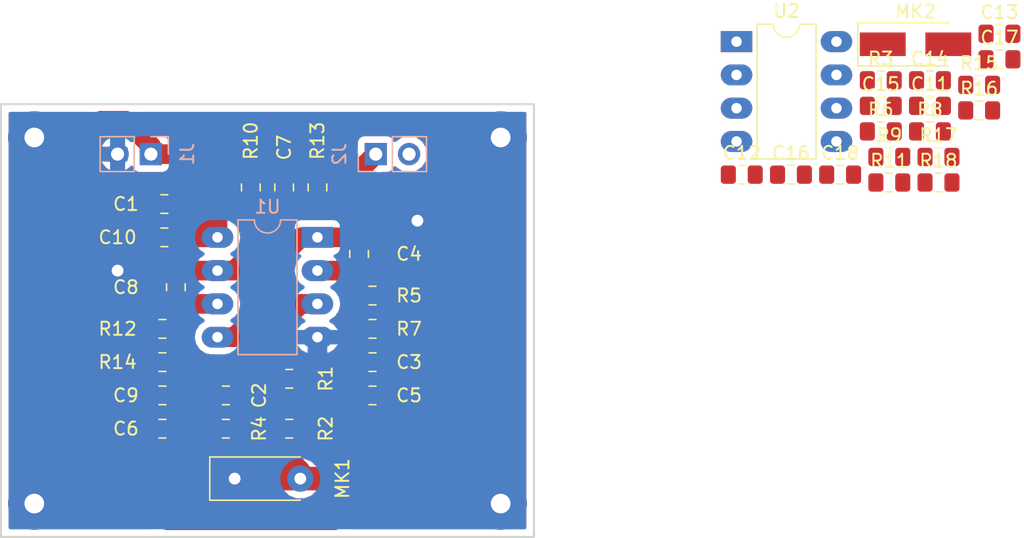
<source format=kicad_pcb>
(kicad_pcb (version 20171130) (host pcbnew "(5.0.2)-1")

  (general
    (thickness 1.6)
    (drawings 4)
    (tracks 76)
    (zones 0)
    (modules 42)
    (nets 21)
  )

  (page A4)
  (layers
    (0 F.Cu signal)
    (31 B.Cu signal)
    (32 B.Adhes user)
    (33 F.Adhes user)
    (34 B.Paste user)
    (35 F.Paste user)
    (36 B.SilkS user)
    (37 F.SilkS user)
    (38 B.Mask user)
    (39 F.Mask user)
    (40 Dwgs.User user)
    (41 Cmts.User user)
    (42 Eco1.User user)
    (43 Eco2.User user)
    (44 Edge.Cuts user)
    (45 Margin user)
    (46 B.CrtYd user)
    (47 F.CrtYd user)
    (48 B.Fab user hide)
    (49 F.Fab user hide)
  )

  (setup
    (last_trace_width 1.5)
    (user_trace_width 0.5)
    (user_trace_width 0.75)
    (user_trace_width 1)
    (user_trace_width 1.25)
    (user_trace_width 1.5)
    (user_trace_width 1.75)
    (user_trace_width 2)
    (user_trace_width 2.5)
    (trace_clearance 0.2)
    (zone_clearance 0.508)
    (zone_45_only no)
    (trace_min 0.5)
    (segment_width 0.2)
    (edge_width 0.15)
    (via_size 2)
    (via_drill 0.9)
    (via_min_size 2)
    (via_min_drill 0.3)
    (user_via 2 0.9)
    (user_via 4 1.5)
    (uvia_size 0.3)
    (uvia_drill 0.1)
    (uvias_allowed no)
    (uvia_min_size 0.2)
    (uvia_min_drill 0.1)
    (pcb_text_width 0.3)
    (pcb_text_size 1.5 1.5)
    (mod_edge_width 0.15)
    (mod_text_size 1 1)
    (mod_text_width 0.15)
    (pad_size 1.524 1.524)
    (pad_drill 0.762)
    (pad_to_mask_clearance 0.051)
    (solder_mask_min_width 0.25)
    (aux_axis_origin 0 0)
    (visible_elements 7FFFF7FF)
    (pcbplotparams
      (layerselection 0x010fc_ffffffff)
      (usegerberextensions false)
      (usegerberattributes false)
      (usegerberadvancedattributes false)
      (creategerberjobfile false)
      (excludeedgelayer true)
      (linewidth 0.100000)
      (plotframeref false)
      (viasonmask false)
      (mode 1)
      (useauxorigin false)
      (hpglpennumber 1)
      (hpglpenspeed 20)
      (hpglpendiameter 15.000000)
      (psnegative false)
      (psa4output false)
      (plotreference true)
      (plotvalue true)
      (plotinvisibletext false)
      (padsonsilk false)
      (subtractmaskfromsilk false)
      (outputformat 1)
      (mirror false)
      (drillshape 1)
      (scaleselection 1)
      (outputdirectory ""))
  )

  (net 0 "")
  (net 1 +5V)
  (net 2 GND)
  (net 3 "Net-(C2-Pad1)")
  (net 4 "Net-(C2-Pad2)")
  (net 5 /MicLeft)
  (net 6 "Net-(C4-Pad2)")
  (net 7 "Net-(C6-Pad1)")
  (net 8 /MicRight)
  (net 9 "Net-(C7-Pad2)")
  (net 10 "Net-(C8-Pad2)")
  (net 11 "Net-(C3-Pad1)")
  (net 12 "Net-(C4-Pad1)")
  (net 13 "Net-(C11-Pad2)")
  (net 14 "Net-(C11-Pad1)")
  (net 15 "Net-(C12-Pad2)")
  (net 16 "Net-(C13-Pad1)")
  (net 17 "Net-(C13-Pad2)")
  (net 18 "Net-(C14-Pad2)")
  (net 19 "Net-(C15-Pad1)")
  (net 20 "Net-(C17-Pad1)")

  (net_class Default "To jest domyślna klasa połączeń."
    (clearance 0.2)
    (trace_width 0.5)
    (via_dia 2)
    (via_drill 0.9)
    (uvia_dia 0.3)
    (uvia_drill 0.1)
    (diff_pair_gap 0.25)
    (diff_pair_width 2)
    (add_net +5V)
    (add_net /MicLeft)
    (add_net /MicRight)
    (add_net GND)
    (add_net "Net-(C11-Pad1)")
    (add_net "Net-(C11-Pad2)")
    (add_net "Net-(C12-Pad2)")
    (add_net "Net-(C13-Pad1)")
    (add_net "Net-(C13-Pad2)")
    (add_net "Net-(C14-Pad2)")
    (add_net "Net-(C15-Pad1)")
    (add_net "Net-(C17-Pad1)")
    (add_net "Net-(C2-Pad1)")
    (add_net "Net-(C2-Pad2)")
    (add_net "Net-(C3-Pad1)")
    (add_net "Net-(C4-Pad1)")
    (add_net "Net-(C4-Pad2)")
    (add_net "Net-(C6-Pad1)")
    (add_net "Net-(C7-Pad2)")
    (add_net "Net-(C8-Pad2)")
  )

  (module Capacitor_SMD:C_0805_2012Metric_Pad1.15x1.40mm_HandSolder (layer F.Cu) (tedit 5B36C52B) (tstamp 5DA5ABDA)
    (at 60.715 45.72)
    (descr "Capacitor SMD 0805 (2012 Metric), square (rectangular) end terminal, IPC_7351 nominal with elongated pad for handsoldering. (Body size source: https://docs.google.com/spreadsheets/d/1BsfQQcO9C6DZCsRaXUlFlo91Tg2WpOkGARC1WS5S8t0/edit?usp=sharing), generated with kicad-footprint-generator")
    (tags "capacitor handsolder")
    (path /5D934145)
    (attr smd)
    (fp_text reference C1 (at -2.93 0) (layer F.SilkS)
      (effects (font (size 1 1) (thickness 0.15)))
    )
    (fp_text value 10u (at 0 1.65) (layer F.Fab)
      (effects (font (size 1 1) (thickness 0.15)))
    )
    (fp_line (start -1 0.6) (end -1 -0.6) (layer F.Fab) (width 0.1))
    (fp_line (start -1 -0.6) (end 1 -0.6) (layer F.Fab) (width 0.1))
    (fp_line (start 1 -0.6) (end 1 0.6) (layer F.Fab) (width 0.1))
    (fp_line (start 1 0.6) (end -1 0.6) (layer F.Fab) (width 0.1))
    (fp_line (start -0.261252 -0.71) (end 0.261252 -0.71) (layer F.SilkS) (width 0.12))
    (fp_line (start -0.261252 0.71) (end 0.261252 0.71) (layer F.SilkS) (width 0.12))
    (fp_line (start -1.85 0.95) (end -1.85 -0.95) (layer F.CrtYd) (width 0.05))
    (fp_line (start -1.85 -0.95) (end 1.85 -0.95) (layer F.CrtYd) (width 0.05))
    (fp_line (start 1.85 -0.95) (end 1.85 0.95) (layer F.CrtYd) (width 0.05))
    (fp_line (start 1.85 0.95) (end -1.85 0.95) (layer F.CrtYd) (width 0.05))
    (fp_text user %R (at 0 0) (layer F.Fab)
      (effects (font (size 0.5 0.5) (thickness 0.08)))
    )
    (pad 1 smd roundrect (at -1.025 0) (size 1.15 1.4) (layers F.Cu F.Paste F.Mask) (roundrect_rratio 0.217391)
      (net 2 GND))
    (pad 2 smd roundrect (at 1.025 0) (size 1.15 1.4) (layers F.Cu F.Paste F.Mask) (roundrect_rratio 0.217391)
      (net 1 +5V))
    (model ${KISYS3DMOD}/Capacitor_SMD.3dshapes/C_0805_2012Metric.wrl
      (at (xyz 0 0 0))
      (scale (xyz 1 1 1))
      (rotate (xyz 0 0 0))
    )
  )

  (module Capacitor_SMD:C_0805_2012Metric_Pad1.15x1.40mm_HandSolder (layer F.Cu) (tedit 5B36C52B) (tstamp 5DA5ABEB)
    (at 65.405 60.325)
    (descr "Capacitor SMD 0805 (2012 Metric), square (rectangular) end terminal, IPC_7351 nominal with elongated pad for handsoldering. (Body size source: https://docs.google.com/spreadsheets/d/1BsfQQcO9C6DZCsRaXUlFlo91Tg2WpOkGARC1WS5S8t0/edit?usp=sharing), generated with kicad-footprint-generator")
    (tags "capacitor handsolder")
    (path /5D92E0FA)
    (attr smd)
    (fp_text reference C2 (at 2.54 0 270) (layer F.SilkS)
      (effects (font (size 1 1) (thickness 0.15)))
    )
    (fp_text value 1u (at 0 1.65) (layer F.Fab)
      (effects (font (size 1 1) (thickness 0.15)))
    )
    (fp_line (start -1 0.6) (end -1 -0.6) (layer F.Fab) (width 0.1))
    (fp_line (start -1 -0.6) (end 1 -0.6) (layer F.Fab) (width 0.1))
    (fp_line (start 1 -0.6) (end 1 0.6) (layer F.Fab) (width 0.1))
    (fp_line (start 1 0.6) (end -1 0.6) (layer F.Fab) (width 0.1))
    (fp_line (start -0.261252 -0.71) (end 0.261252 -0.71) (layer F.SilkS) (width 0.12))
    (fp_line (start -0.261252 0.71) (end 0.261252 0.71) (layer F.SilkS) (width 0.12))
    (fp_line (start -1.85 0.95) (end -1.85 -0.95) (layer F.CrtYd) (width 0.05))
    (fp_line (start -1.85 -0.95) (end 1.85 -0.95) (layer F.CrtYd) (width 0.05))
    (fp_line (start 1.85 -0.95) (end 1.85 0.95) (layer F.CrtYd) (width 0.05))
    (fp_line (start 1.85 0.95) (end -1.85 0.95) (layer F.CrtYd) (width 0.05))
    (fp_text user %R (at 0 0) (layer F.Fab)
      (effects (font (size 0.5 0.5) (thickness 0.08)))
    )
    (pad 1 smd roundrect (at -1.025 0) (size 1.15 1.4) (layers F.Cu F.Paste F.Mask) (roundrect_rratio 0.217391)
      (net 3 "Net-(C2-Pad1)"))
    (pad 2 smd roundrect (at 1.025 0) (size 1.15 1.4) (layers F.Cu F.Paste F.Mask) (roundrect_rratio 0.217391)
      (net 4 "Net-(C2-Pad2)"))
    (model ${KISYS3DMOD}/Capacitor_SMD.3dshapes/C_0805_2012Metric.wrl
      (at (xyz 0 0 0))
      (scale (xyz 1 1 1))
      (rotate (xyz 0 0 0))
    )
  )

  (module Capacitor_SMD:C_0805_2012Metric_Pad1.15x1.40mm_HandSolder (layer F.Cu) (tedit 5B36C52B) (tstamp 5DA5ABFC)
    (at 76.59 57.785 180)
    (descr "Capacitor SMD 0805 (2012 Metric), square (rectangular) end terminal, IPC_7351 nominal with elongated pad for handsoldering. (Body size source: https://docs.google.com/spreadsheets/d/1BsfQQcO9C6DZCsRaXUlFlo91Tg2WpOkGARC1WS5S8t0/edit?usp=sharing), generated with kicad-footprint-generator")
    (tags "capacitor handsolder")
    (path /5D9D4083)
    (attr smd)
    (fp_text reference C3 (at -2.785 0 180) (layer F.SilkS)
      (effects (font (size 1 1) (thickness 0.15)))
    )
    (fp_text value 1u (at 0 1.65 180) (layer F.Fab)
      (effects (font (size 1 1) (thickness 0.15)))
    )
    (fp_line (start -1 0.6) (end -1 -0.6) (layer F.Fab) (width 0.1))
    (fp_line (start -1 -0.6) (end 1 -0.6) (layer F.Fab) (width 0.1))
    (fp_line (start 1 -0.6) (end 1 0.6) (layer F.Fab) (width 0.1))
    (fp_line (start 1 0.6) (end -1 0.6) (layer F.Fab) (width 0.1))
    (fp_line (start -0.261252 -0.71) (end 0.261252 -0.71) (layer F.SilkS) (width 0.12))
    (fp_line (start -0.261252 0.71) (end 0.261252 0.71) (layer F.SilkS) (width 0.12))
    (fp_line (start -1.85 0.95) (end -1.85 -0.95) (layer F.CrtYd) (width 0.05))
    (fp_line (start -1.85 -0.95) (end 1.85 -0.95) (layer F.CrtYd) (width 0.05))
    (fp_line (start 1.85 -0.95) (end 1.85 0.95) (layer F.CrtYd) (width 0.05))
    (fp_line (start 1.85 0.95) (end -1.85 0.95) (layer F.CrtYd) (width 0.05))
    (fp_text user %R (at 0 0 180) (layer F.Fab)
      (effects (font (size 0.5 0.5) (thickness 0.08)))
    )
    (pad 1 smd roundrect (at -1.025 0 180) (size 1.15 1.4) (layers F.Cu F.Paste F.Mask) (roundrect_rratio 0.217391)
      (net 11 "Net-(C3-Pad1)"))
    (pad 2 smd roundrect (at 1.025 0 180) (size 1.15 1.4) (layers F.Cu F.Paste F.Mask) (roundrect_rratio 0.217391)
      (net 2 GND))
    (model ${KISYS3DMOD}/Capacitor_SMD.3dshapes/C_0805_2012Metric.wrl
      (at (xyz 0 0 0))
      (scale (xyz 1 1 1))
      (rotate (xyz 0 0 0))
    )
  )

  (module Capacitor_SMD:C_0805_2012Metric_Pad1.15x1.40mm_HandSolder (layer F.Cu) (tedit 5B36C52B) (tstamp 5DA5AC0D)
    (at 75.565 49.53 270)
    (descr "Capacitor SMD 0805 (2012 Metric), square (rectangular) end terminal, IPC_7351 nominal with elongated pad for handsoldering. (Body size source: https://docs.google.com/spreadsheets/d/1BsfQQcO9C6DZCsRaXUlFlo91Tg2WpOkGARC1WS5S8t0/edit?usp=sharing), generated with kicad-footprint-generator")
    (tags "capacitor handsolder")
    (path /5D92E19E)
    (attr smd)
    (fp_text reference C4 (at 0 -3.81) (layer F.SilkS)
      (effects (font (size 1 1) (thickness 0.15)))
    )
    (fp_text value 40p (at 0 1.65 270) (layer F.Fab)
      (effects (font (size 1 1) (thickness 0.15)))
    )
    (fp_text user %R (at 0 0 270) (layer F.Fab)
      (effects (font (size 0.5 0.5) (thickness 0.08)))
    )
    (fp_line (start 1.85 0.95) (end -1.85 0.95) (layer F.CrtYd) (width 0.05))
    (fp_line (start 1.85 -0.95) (end 1.85 0.95) (layer F.CrtYd) (width 0.05))
    (fp_line (start -1.85 -0.95) (end 1.85 -0.95) (layer F.CrtYd) (width 0.05))
    (fp_line (start -1.85 0.95) (end -1.85 -0.95) (layer F.CrtYd) (width 0.05))
    (fp_line (start -0.261252 0.71) (end 0.261252 0.71) (layer F.SilkS) (width 0.12))
    (fp_line (start -0.261252 -0.71) (end 0.261252 -0.71) (layer F.SilkS) (width 0.12))
    (fp_line (start 1 0.6) (end -1 0.6) (layer F.Fab) (width 0.1))
    (fp_line (start 1 -0.6) (end 1 0.6) (layer F.Fab) (width 0.1))
    (fp_line (start -1 -0.6) (end 1 -0.6) (layer F.Fab) (width 0.1))
    (fp_line (start -1 0.6) (end -1 -0.6) (layer F.Fab) (width 0.1))
    (pad 2 smd roundrect (at 1.025 0 270) (size 1.15 1.4) (layers F.Cu F.Paste F.Mask) (roundrect_rratio 0.217391)
      (net 6 "Net-(C4-Pad2)"))
    (pad 1 smd roundrect (at -1.025 0 270) (size 1.15 1.4) (layers F.Cu F.Paste F.Mask) (roundrect_rratio 0.217391)
      (net 12 "Net-(C4-Pad1)"))
    (model ${KISYS3DMOD}/Capacitor_SMD.3dshapes/C_0805_2012Metric.wrl
      (at (xyz 0 0 0))
      (scale (xyz 1 1 1))
      (rotate (xyz 0 0 0))
    )
  )

  (module Capacitor_SMD:C_0805_2012Metric_Pad1.15x1.40mm_HandSolder (layer F.Cu) (tedit 5B36C52B) (tstamp 5DA5AC1E)
    (at 76.59 60.325 180)
    (descr "Capacitor SMD 0805 (2012 Metric), square (rectangular) end terminal, IPC_7351 nominal with elongated pad for handsoldering. (Body size source: https://docs.google.com/spreadsheets/d/1BsfQQcO9C6DZCsRaXUlFlo91Tg2WpOkGARC1WS5S8t0/edit?usp=sharing), generated with kicad-footprint-generator")
    (tags "capacitor handsolder")
    (path /5D92E162)
    (attr smd)
    (fp_text reference C5 (at -2.785 0 180) (layer F.SilkS)
      (effects (font (size 1 1) (thickness 0.15)))
    )
    (fp_text value 1u (at 0 1.65 180) (layer F.Fab)
      (effects (font (size 1 1) (thickness 0.15)))
    )
    (fp_line (start -1 0.6) (end -1 -0.6) (layer F.Fab) (width 0.1))
    (fp_line (start -1 -0.6) (end 1 -0.6) (layer F.Fab) (width 0.1))
    (fp_line (start 1 -0.6) (end 1 0.6) (layer F.Fab) (width 0.1))
    (fp_line (start 1 0.6) (end -1 0.6) (layer F.Fab) (width 0.1))
    (fp_line (start -0.261252 -0.71) (end 0.261252 -0.71) (layer F.SilkS) (width 0.12))
    (fp_line (start -0.261252 0.71) (end 0.261252 0.71) (layer F.SilkS) (width 0.12))
    (fp_line (start -1.85 0.95) (end -1.85 -0.95) (layer F.CrtYd) (width 0.05))
    (fp_line (start -1.85 -0.95) (end 1.85 -0.95) (layer F.CrtYd) (width 0.05))
    (fp_line (start 1.85 -0.95) (end 1.85 0.95) (layer F.CrtYd) (width 0.05))
    (fp_line (start 1.85 0.95) (end -1.85 0.95) (layer F.CrtYd) (width 0.05))
    (fp_text user %R (at 0 0 180) (layer F.Fab)
      (effects (font (size 0.5 0.5) (thickness 0.08)))
    )
    (pad 1 smd roundrect (at -1.025 0 180) (size 1.15 1.4) (layers F.Cu F.Paste F.Mask) (roundrect_rratio 0.217391)
      (net 11 "Net-(C3-Pad1)"))
    (pad 2 smd roundrect (at 1.025 0 180) (size 1.15 1.4) (layers F.Cu F.Paste F.Mask) (roundrect_rratio 0.217391)
      (net 2 GND))
    (model ${KISYS3DMOD}/Capacitor_SMD.3dshapes/C_0805_2012Metric.wrl
      (at (xyz 0 0 0))
      (scale (xyz 1 1 1))
      (rotate (xyz 0 0 0))
    )
  )

  (module Capacitor_SMD:C_0805_2012Metric_Pad1.15x1.40mm_HandSolder (layer F.Cu) (tedit 5B36C52B) (tstamp 5DA5AC2F)
    (at 60.57 62.865)
    (descr "Capacitor SMD 0805 (2012 Metric), square (rectangular) end terminal, IPC_7351 nominal with elongated pad for handsoldering. (Body size source: https://docs.google.com/spreadsheets/d/1BsfQQcO9C6DZCsRaXUlFlo91Tg2WpOkGARC1WS5S8t0/edit?usp=sharing), generated with kicad-footprint-generator")
    (tags "capacitor handsolder")
    (path /5D9DD595)
    (attr smd)
    (fp_text reference C6 (at -2.785 0) (layer F.SilkS)
      (effects (font (size 1 1) (thickness 0.15)))
    )
    (fp_text value 1u (at 0 1.65) (layer F.Fab)
      (effects (font (size 1 1) (thickness 0.15)))
    )
    (fp_line (start -1 0.6) (end -1 -0.6) (layer F.Fab) (width 0.1))
    (fp_line (start -1 -0.6) (end 1 -0.6) (layer F.Fab) (width 0.1))
    (fp_line (start 1 -0.6) (end 1 0.6) (layer F.Fab) (width 0.1))
    (fp_line (start 1 0.6) (end -1 0.6) (layer F.Fab) (width 0.1))
    (fp_line (start -0.261252 -0.71) (end 0.261252 -0.71) (layer F.SilkS) (width 0.12))
    (fp_line (start -0.261252 0.71) (end 0.261252 0.71) (layer F.SilkS) (width 0.12))
    (fp_line (start -1.85 0.95) (end -1.85 -0.95) (layer F.CrtYd) (width 0.05))
    (fp_line (start -1.85 -0.95) (end 1.85 -0.95) (layer F.CrtYd) (width 0.05))
    (fp_line (start 1.85 -0.95) (end 1.85 0.95) (layer F.CrtYd) (width 0.05))
    (fp_line (start 1.85 0.95) (end -1.85 0.95) (layer F.CrtYd) (width 0.05))
    (fp_text user %R (at 0 0) (layer F.Fab)
      (effects (font (size 0.5 0.5) (thickness 0.08)))
    )
    (pad 1 smd roundrect (at -1.025 0) (size 1.15 1.4) (layers F.Cu F.Paste F.Mask) (roundrect_rratio 0.217391)
      (net 7 "Net-(C6-Pad1)"))
    (pad 2 smd roundrect (at 1.025 0) (size 1.15 1.4) (layers F.Cu F.Paste F.Mask) (roundrect_rratio 0.217391)
      (net 2 GND))
    (model ${KISYS3DMOD}/Capacitor_SMD.3dshapes/C_0805_2012Metric.wrl
      (at (xyz 0 0 0))
      (scale (xyz 1 1 1))
      (rotate (xyz 0 0 0))
    )
  )

  (module Capacitor_SMD:C_0805_2012Metric_Pad1.15x1.40mm_HandSolder (layer F.Cu) (tedit 5B36C52B) (tstamp 5DA5AC40)
    (at 69.85 44.45 270)
    (descr "Capacitor SMD 0805 (2012 Metric), square (rectangular) end terminal, IPC_7351 nominal with elongated pad for handsoldering. (Body size source: https://docs.google.com/spreadsheets/d/1BsfQQcO9C6DZCsRaXUlFlo91Tg2WpOkGARC1WS5S8t0/edit?usp=sharing), generated with kicad-footprint-generator")
    (tags "capacitor handsolder")
    (path /5D951FE0)
    (attr smd)
    (fp_text reference C7 (at -3.048 0 90) (layer F.SilkS)
      (effects (font (size 1 1) (thickness 0.15)))
    )
    (fp_text value 1u (at 0 1.65 270) (layer F.Fab)
      (effects (font (size 1 1) (thickness 0.15)))
    )
    (fp_line (start -1 0.6) (end -1 -0.6) (layer F.Fab) (width 0.1))
    (fp_line (start -1 -0.6) (end 1 -0.6) (layer F.Fab) (width 0.1))
    (fp_line (start 1 -0.6) (end 1 0.6) (layer F.Fab) (width 0.1))
    (fp_line (start 1 0.6) (end -1 0.6) (layer F.Fab) (width 0.1))
    (fp_line (start -0.261252 -0.71) (end 0.261252 -0.71) (layer F.SilkS) (width 0.12))
    (fp_line (start -0.261252 0.71) (end 0.261252 0.71) (layer F.SilkS) (width 0.12))
    (fp_line (start -1.85 0.95) (end -1.85 -0.95) (layer F.CrtYd) (width 0.05))
    (fp_line (start -1.85 -0.95) (end 1.85 -0.95) (layer F.CrtYd) (width 0.05))
    (fp_line (start 1.85 -0.95) (end 1.85 0.95) (layer F.CrtYd) (width 0.05))
    (fp_line (start 1.85 0.95) (end -1.85 0.95) (layer F.CrtYd) (width 0.05))
    (fp_text user %R (at 0 0 270) (layer F.Fab)
      (effects (font (size 0.5 0.5) (thickness 0.08)))
    )
    (pad 1 smd roundrect (at -1.025 0 270) (size 1.15 1.4) (layers F.Cu F.Paste F.Mask) (roundrect_rratio 0.217391)
      (net 5 /MicLeft))
    (pad 2 smd roundrect (at 1.025 0 270) (size 1.15 1.4) (layers F.Cu F.Paste F.Mask) (roundrect_rratio 0.217391)
      (net 9 "Net-(C7-Pad2)"))
    (model ${KISYS3DMOD}/Capacitor_SMD.3dshapes/C_0805_2012Metric.wrl
      (at (xyz 0 0 0))
      (scale (xyz 1 1 1))
      (rotate (xyz 0 0 0))
    )
  )

  (module Capacitor_SMD:C_0805_2012Metric_Pad1.15x1.40mm_HandSolder (layer F.Cu) (tedit 5B36C52B) (tstamp 5DA5AC51)
    (at 61.595 52.07 270)
    (descr "Capacitor SMD 0805 (2012 Metric), square (rectangular) end terminal, IPC_7351 nominal with elongated pad for handsoldering. (Body size source: https://docs.google.com/spreadsheets/d/1BsfQQcO9C6DZCsRaXUlFlo91Tg2WpOkGARC1WS5S8t0/edit?usp=sharing), generated with kicad-footprint-generator")
    (tags "capacitor handsolder")
    (path /5D951FD9)
    (attr smd)
    (fp_text reference C8 (at 0 3.81 180) (layer F.SilkS)
      (effects (font (size 1 1) (thickness 0.15)))
    )
    (fp_text value 40p (at 0 1.65 270) (layer F.Fab)
      (effects (font (size 1 1) (thickness 0.15)))
    )
    (fp_text user %R (at 0 0 270) (layer F.Fab)
      (effects (font (size 0.5 0.5) (thickness 0.08)))
    )
    (fp_line (start 1.85 0.95) (end -1.85 0.95) (layer F.CrtYd) (width 0.05))
    (fp_line (start 1.85 -0.95) (end 1.85 0.95) (layer F.CrtYd) (width 0.05))
    (fp_line (start -1.85 -0.95) (end 1.85 -0.95) (layer F.CrtYd) (width 0.05))
    (fp_line (start -1.85 0.95) (end -1.85 -0.95) (layer F.CrtYd) (width 0.05))
    (fp_line (start -0.261252 0.71) (end 0.261252 0.71) (layer F.SilkS) (width 0.12))
    (fp_line (start -0.261252 -0.71) (end 0.261252 -0.71) (layer F.SilkS) (width 0.12))
    (fp_line (start 1 0.6) (end -1 0.6) (layer F.Fab) (width 0.1))
    (fp_line (start 1 -0.6) (end 1 0.6) (layer F.Fab) (width 0.1))
    (fp_line (start -1 -0.6) (end 1 -0.6) (layer F.Fab) (width 0.1))
    (fp_line (start -1 0.6) (end -1 -0.6) (layer F.Fab) (width 0.1))
    (pad 2 smd roundrect (at 1.025 0 270) (size 1.15 1.4) (layers F.Cu F.Paste F.Mask) (roundrect_rratio 0.217391)
      (net 10 "Net-(C8-Pad2)"))
    (pad 1 smd roundrect (at -1.025 0 270) (size 1.15 1.4) (layers F.Cu F.Paste F.Mask) (roundrect_rratio 0.217391)
      (net 9 "Net-(C7-Pad2)"))
    (model ${KISYS3DMOD}/Capacitor_SMD.3dshapes/C_0805_2012Metric.wrl
      (at (xyz 0 0 0))
      (scale (xyz 1 1 1))
      (rotate (xyz 0 0 0))
    )
  )

  (module Capacitor_SMD:C_0805_2012Metric_Pad1.15x1.40mm_HandSolder (layer F.Cu) (tedit 5B36C52B) (tstamp 5DA5AC62)
    (at 60.57 60.325)
    (descr "Capacitor SMD 0805 (2012 Metric), square (rectangular) end terminal, IPC_7351 nominal with elongated pad for handsoldering. (Body size source: https://docs.google.com/spreadsheets/d/1BsfQQcO9C6DZCsRaXUlFlo91Tg2WpOkGARC1WS5S8t0/edit?usp=sharing), generated with kicad-footprint-generator")
    (tags "capacitor handsolder")
    (path /5D951FD2)
    (attr smd)
    (fp_text reference C9 (at -2.785 0) (layer F.SilkS)
      (effects (font (size 1 1) (thickness 0.15)))
    )
    (fp_text value 1u (at 0 1.65) (layer F.Fab)
      (effects (font (size 1 1) (thickness 0.15)))
    )
    (fp_line (start -1 0.6) (end -1 -0.6) (layer F.Fab) (width 0.1))
    (fp_line (start -1 -0.6) (end 1 -0.6) (layer F.Fab) (width 0.1))
    (fp_line (start 1 -0.6) (end 1 0.6) (layer F.Fab) (width 0.1))
    (fp_line (start 1 0.6) (end -1 0.6) (layer F.Fab) (width 0.1))
    (fp_line (start -0.261252 -0.71) (end 0.261252 -0.71) (layer F.SilkS) (width 0.12))
    (fp_line (start -0.261252 0.71) (end 0.261252 0.71) (layer F.SilkS) (width 0.12))
    (fp_line (start -1.85 0.95) (end -1.85 -0.95) (layer F.CrtYd) (width 0.05))
    (fp_line (start -1.85 -0.95) (end 1.85 -0.95) (layer F.CrtYd) (width 0.05))
    (fp_line (start 1.85 -0.95) (end 1.85 0.95) (layer F.CrtYd) (width 0.05))
    (fp_line (start 1.85 0.95) (end -1.85 0.95) (layer F.CrtYd) (width 0.05))
    (fp_text user %R (at 0 0) (layer F.Fab)
      (effects (font (size 0.5 0.5) (thickness 0.08)))
    )
    (pad 1 smd roundrect (at -1.025 0) (size 1.15 1.4) (layers F.Cu F.Paste F.Mask) (roundrect_rratio 0.217391)
      (net 7 "Net-(C6-Pad1)"))
    (pad 2 smd roundrect (at 1.025 0) (size 1.15 1.4) (layers F.Cu F.Paste F.Mask) (roundrect_rratio 0.217391)
      (net 2 GND))
    (model ${KISYS3DMOD}/Capacitor_SMD.3dshapes/C_0805_2012Metric.wrl
      (at (xyz 0 0 0))
      (scale (xyz 1 1 1))
      (rotate (xyz 0 0 0))
    )
  )

  (module Capacitor_SMD:C_0805_2012Metric_Pad1.15x1.40mm_HandSolder (layer F.Cu) (tedit 5B36C52B) (tstamp 5DA5AC73)
    (at 60.715 48.26)
    (descr "Capacitor SMD 0805 (2012 Metric), square (rectangular) end terminal, IPC_7351 nominal with elongated pad for handsoldering. (Body size source: https://docs.google.com/spreadsheets/d/1BsfQQcO9C6DZCsRaXUlFlo91Tg2WpOkGARC1WS5S8t0/edit?usp=sharing), generated with kicad-footprint-generator")
    (tags "capacitor handsolder")
    (path /5D9A623F)
    (attr smd)
    (fp_text reference C10 (at -3.565 0) (layer F.SilkS)
      (effects (font (size 1 1) (thickness 0.15)))
    )
    (fp_text value 100n (at 0 1.65) (layer F.Fab)
      (effects (font (size 1 1) (thickness 0.15)))
    )
    (fp_text user %R (at 0 0) (layer F.Fab)
      (effects (font (size 0.5 0.5) (thickness 0.08)))
    )
    (fp_line (start 1.85 0.95) (end -1.85 0.95) (layer F.CrtYd) (width 0.05))
    (fp_line (start 1.85 -0.95) (end 1.85 0.95) (layer F.CrtYd) (width 0.05))
    (fp_line (start -1.85 -0.95) (end 1.85 -0.95) (layer F.CrtYd) (width 0.05))
    (fp_line (start -1.85 0.95) (end -1.85 -0.95) (layer F.CrtYd) (width 0.05))
    (fp_line (start -0.261252 0.71) (end 0.261252 0.71) (layer F.SilkS) (width 0.12))
    (fp_line (start -0.261252 -0.71) (end 0.261252 -0.71) (layer F.SilkS) (width 0.12))
    (fp_line (start 1 0.6) (end -1 0.6) (layer F.Fab) (width 0.1))
    (fp_line (start 1 -0.6) (end 1 0.6) (layer F.Fab) (width 0.1))
    (fp_line (start -1 -0.6) (end 1 -0.6) (layer F.Fab) (width 0.1))
    (fp_line (start -1 0.6) (end -1 -0.6) (layer F.Fab) (width 0.1))
    (pad 2 smd roundrect (at 1.025 0) (size 1.15 1.4) (layers F.Cu F.Paste F.Mask) (roundrect_rratio 0.217391)
      (net 1 +5V))
    (pad 1 smd roundrect (at -1.025 0) (size 1.15 1.4) (layers F.Cu F.Paste F.Mask) (roundrect_rratio 0.217391)
      (net 2 GND))
    (model ${KISYS3DMOD}/Capacitor_SMD.3dshapes/C_0805_2012Metric.wrl
      (at (xyz 0 0 0))
      (scale (xyz 1 1 1))
      (rotate (xyz 0 0 0))
    )
  )

  (module Connector_PinSocket_2.54mm:PinSocket_1x02_P2.54mm_Vertical (layer B.Cu) (tedit 5A19A420) (tstamp 5DA5AC89)
    (at 59.69 41.91 90)
    (descr "Through hole straight socket strip, 1x02, 2.54mm pitch, single row (from Kicad 4.0.7), script generated")
    (tags "Through hole socket strip THT 1x02 2.54mm single row")
    (path /5D95EFB8)
    (fp_text reference J1 (at 0 2.77 90) (layer B.SilkS)
      (effects (font (size 1 1) (thickness 0.15)) (justify mirror))
    )
    (fp_text value "Power - 5V" (at 0 -5.31 90) (layer B.Fab)
      (effects (font (size 1 1) (thickness 0.15)) (justify mirror))
    )
    (fp_line (start -1.27 1.27) (end 0.635 1.27) (layer B.Fab) (width 0.1))
    (fp_line (start 0.635 1.27) (end 1.27 0.635) (layer B.Fab) (width 0.1))
    (fp_line (start 1.27 0.635) (end 1.27 -3.81) (layer B.Fab) (width 0.1))
    (fp_line (start 1.27 -3.81) (end -1.27 -3.81) (layer B.Fab) (width 0.1))
    (fp_line (start -1.27 -3.81) (end -1.27 1.27) (layer B.Fab) (width 0.1))
    (fp_line (start -1.33 -1.27) (end 1.33 -1.27) (layer B.SilkS) (width 0.12))
    (fp_line (start -1.33 -1.27) (end -1.33 -3.87) (layer B.SilkS) (width 0.12))
    (fp_line (start -1.33 -3.87) (end 1.33 -3.87) (layer B.SilkS) (width 0.12))
    (fp_line (start 1.33 -1.27) (end 1.33 -3.87) (layer B.SilkS) (width 0.12))
    (fp_line (start 1.33 1.33) (end 1.33 0) (layer B.SilkS) (width 0.12))
    (fp_line (start 0 1.33) (end 1.33 1.33) (layer B.SilkS) (width 0.12))
    (fp_line (start -1.8 1.8) (end 1.75 1.8) (layer B.CrtYd) (width 0.05))
    (fp_line (start 1.75 1.8) (end 1.75 -4.3) (layer B.CrtYd) (width 0.05))
    (fp_line (start 1.75 -4.3) (end -1.8 -4.3) (layer B.CrtYd) (width 0.05))
    (fp_line (start -1.8 -4.3) (end -1.8 1.8) (layer B.CrtYd) (width 0.05))
    (fp_text user %R (at 0 -1.27) (layer B.Fab)
      (effects (font (size 1 1) (thickness 0.15)) (justify mirror))
    )
    (pad 1 thru_hole rect (at 0 0 90) (size 1.7 1.7) (drill 1) (layers *.Cu *.Mask)
      (net 1 +5V))
    (pad 2 thru_hole oval (at 0 -2.54 90) (size 1.7 1.7) (drill 1) (layers *.Cu *.Mask)
      (net 2 GND))
    (model ${KISYS3DMOD}/Connector_PinSocket_2.54mm.3dshapes/PinSocket_1x02_P2.54mm_Vertical.wrl
      (at (xyz 0 0 0))
      (scale (xyz 1 1 1))
      (rotate (xyz 0 0 0))
    )
  )

  (module Connector_PinSocket_2.54mm:PinSocket_1x02_P2.54mm_Vertical (layer B.Cu) (tedit 5A19A420) (tstamp 5DA5AC9F)
    (at 76.835 41.91 270)
    (descr "Through hole straight socket strip, 1x02, 2.54mm pitch, single row (from Kicad 4.0.7), script generated")
    (tags "Through hole socket strip THT 1x02 2.54mm single row")
    (path /5D9578CA)
    (fp_text reference J2 (at 0 2.77 270) (layer B.SilkS)
      (effects (font (size 1 1) (thickness 0.15)) (justify mirror))
    )
    (fp_text value "Audio - Left/Right chanel" (at 0 -5.31 270) (layer B.Fab)
      (effects (font (size 1 1) (thickness 0.15)) (justify mirror))
    )
    (fp_text user %R (at 0 -1.27 180) (layer B.Fab)
      (effects (font (size 1 1) (thickness 0.15)) (justify mirror))
    )
    (fp_line (start -1.8 -4.3) (end -1.8 1.8) (layer B.CrtYd) (width 0.05))
    (fp_line (start 1.75 -4.3) (end -1.8 -4.3) (layer B.CrtYd) (width 0.05))
    (fp_line (start 1.75 1.8) (end 1.75 -4.3) (layer B.CrtYd) (width 0.05))
    (fp_line (start -1.8 1.8) (end 1.75 1.8) (layer B.CrtYd) (width 0.05))
    (fp_line (start 0 1.33) (end 1.33 1.33) (layer B.SilkS) (width 0.12))
    (fp_line (start 1.33 1.33) (end 1.33 0) (layer B.SilkS) (width 0.12))
    (fp_line (start 1.33 -1.27) (end 1.33 -3.87) (layer B.SilkS) (width 0.12))
    (fp_line (start -1.33 -3.87) (end 1.33 -3.87) (layer B.SilkS) (width 0.12))
    (fp_line (start -1.33 -1.27) (end -1.33 -3.87) (layer B.SilkS) (width 0.12))
    (fp_line (start -1.33 -1.27) (end 1.33 -1.27) (layer B.SilkS) (width 0.12))
    (fp_line (start -1.27 -3.81) (end -1.27 1.27) (layer B.Fab) (width 0.1))
    (fp_line (start 1.27 -3.81) (end -1.27 -3.81) (layer B.Fab) (width 0.1))
    (fp_line (start 1.27 0.635) (end 1.27 -3.81) (layer B.Fab) (width 0.1))
    (fp_line (start 0.635 1.27) (end 1.27 0.635) (layer B.Fab) (width 0.1))
    (fp_line (start -1.27 1.27) (end 0.635 1.27) (layer B.Fab) (width 0.1))
    (pad 2 thru_hole oval (at 0 -2.54 270) (size 1.7 1.7) (drill 1) (layers *.Cu *.Mask)
      (net 8 /MicRight))
    (pad 1 thru_hole rect (at 0 0 270) (size 1.7 1.7) (drill 1) (layers *.Cu *.Mask)
      (net 5 /MicLeft))
    (model ${KISYS3DMOD}/Connector_PinSocket_2.54mm.3dshapes/PinSocket_1x02_P2.54mm_Vertical.wrl
      (at (xyz 0 0 0))
      (scale (xyz 1 1 1))
      (rotate (xyz 0 0 0))
    )
  )

  (module Diode_SMD:D_SMA_Handsoldering (layer F.Cu) (tedit 58643398) (tstamp 5DA5ACB7)
    (at 68.58 66.675)
    (descr "Diode SMA (DO-214AC) Handsoldering")
    (tags "Diode SMA (DO-214AC) Handsoldering")
    (path /5D92E449)
    (attr smd)
    (fp_text reference MK1 (at 5.715 0 90) (layer F.SilkS)
      (effects (font (size 1 1) (thickness 0.15)))
    )
    (fp_text value MicLeft (at 0 2.6) (layer F.Fab)
      (effects (font (size 1 1) (thickness 0.15)))
    )
    (fp_text user %R (at 0 -2.5) (layer F.Fab)
      (effects (font (size 1 1) (thickness 0.15)))
    )
    (fp_line (start -4.4 -1.65) (end -4.4 1.65) (layer F.SilkS) (width 0.12))
    (fp_line (start 2.3 1.5) (end -2.3 1.5) (layer F.Fab) (width 0.1))
    (fp_line (start -2.3 1.5) (end -2.3 -1.5) (layer F.Fab) (width 0.1))
    (fp_line (start 2.3 -1.5) (end 2.3 1.5) (layer F.Fab) (width 0.1))
    (fp_line (start 2.3 -1.5) (end -2.3 -1.5) (layer F.Fab) (width 0.1))
    (fp_line (start -4.5 -1.75) (end 4.5 -1.75) (layer F.CrtYd) (width 0.05))
    (fp_line (start 4.5 -1.75) (end 4.5 1.75) (layer F.CrtYd) (width 0.05))
    (fp_line (start 4.5 1.75) (end -4.5 1.75) (layer F.CrtYd) (width 0.05))
    (fp_line (start -4.5 1.75) (end -4.5 -1.75) (layer F.CrtYd) (width 0.05))
    (fp_line (start -0.64944 0.00102) (end -1.55114 0.00102) (layer F.Fab) (width 0.1))
    (fp_line (start 0.50118 0.00102) (end 1.4994 0.00102) (layer F.Fab) (width 0.1))
    (fp_line (start -0.64944 -0.79908) (end -0.64944 0.80112) (layer F.Fab) (width 0.1))
    (fp_line (start 0.50118 0.75032) (end 0.50118 -0.79908) (layer F.Fab) (width 0.1))
    (fp_line (start -0.64944 0.00102) (end 0.50118 0.75032) (layer F.Fab) (width 0.1))
    (fp_line (start -0.64944 0.00102) (end 0.50118 -0.79908) (layer F.Fab) (width 0.1))
    (fp_line (start -4.4 1.65) (end 2.5 1.65) (layer F.SilkS) (width 0.12))
    (fp_line (start -4.4 -1.65) (end 2.5 -1.65) (layer F.SilkS) (width 0.12))
    (pad 1 smd rect (at -2.5 0) (size 3.5 1.8) (layers F.Cu F.Paste F.Mask)
      (net 2 GND))
    (pad 2 smd rect (at 2.5 0) (size 3.5 1.8) (layers F.Cu F.Paste F.Mask)
      (net 4 "Net-(C2-Pad2)"))
    (model ${KISYS3DMOD}/Diode_SMD.3dshapes/D_SMA.wrl
      (at (xyz 0 0 0))
      (scale (xyz 1 1 1))
      (rotate (xyz 0 0 0))
    )
  )

  (module Resistor_SMD:R_0805_2012Metric_Pad1.15x1.40mm_HandSolder (layer F.Cu) (tedit 5B36C52B) (tstamp 5DA5ACC8)
    (at 70.24 59.055 180)
    (descr "Resistor SMD 0805 (2012 Metric), square (rectangular) end terminal, IPC_7351 nominal with elongated pad for handsoldering. (Body size source: https://docs.google.com/spreadsheets/d/1BsfQQcO9C6DZCsRaXUlFlo91Tg2WpOkGARC1WS5S8t0/edit?usp=sharing), generated with kicad-footprint-generator")
    (tags "resistor handsolder")
    (path /5D92FF3E)
    (attr smd)
    (fp_text reference R1 (at -2.785 0 270) (layer F.SilkS)
      (effects (font (size 1 1) (thickness 0.15)))
    )
    (fp_text value 47k (at 0 1.65 180) (layer F.Fab)
      (effects (font (size 1 1) (thickness 0.15)))
    )
    (fp_line (start -1 0.6) (end -1 -0.6) (layer F.Fab) (width 0.1))
    (fp_line (start -1 -0.6) (end 1 -0.6) (layer F.Fab) (width 0.1))
    (fp_line (start 1 -0.6) (end 1 0.6) (layer F.Fab) (width 0.1))
    (fp_line (start 1 0.6) (end -1 0.6) (layer F.Fab) (width 0.1))
    (fp_line (start -0.261252 -0.71) (end 0.261252 -0.71) (layer F.SilkS) (width 0.12))
    (fp_line (start -0.261252 0.71) (end 0.261252 0.71) (layer F.SilkS) (width 0.12))
    (fp_line (start -1.85 0.95) (end -1.85 -0.95) (layer F.CrtYd) (width 0.05))
    (fp_line (start -1.85 -0.95) (end 1.85 -0.95) (layer F.CrtYd) (width 0.05))
    (fp_line (start 1.85 -0.95) (end 1.85 0.95) (layer F.CrtYd) (width 0.05))
    (fp_line (start 1.85 0.95) (end -1.85 0.95) (layer F.CrtYd) (width 0.05))
    (fp_text user %R (at 0 0 180) (layer F.Fab)
      (effects (font (size 0.5 0.5) (thickness 0.08)))
    )
    (pad 1 smd roundrect (at -1.025 0 180) (size 1.15 1.4) (layers F.Cu F.Paste F.Mask) (roundrect_rratio 0.217391)
      (net 1 +5V))
    (pad 2 smd roundrect (at 1.025 0 180) (size 1.15 1.4) (layers F.Cu F.Paste F.Mask) (roundrect_rratio 0.217391)
      (net 3 "Net-(C2-Pad1)"))
    (model ${KISYS3DMOD}/Resistor_SMD.3dshapes/R_0805_2012Metric.wrl
      (at (xyz 0 0 0))
      (scale (xyz 1 1 1))
      (rotate (xyz 0 0 0))
    )
  )

  (module Resistor_SMD:R_0805_2012Metric_Pad1.15x1.40mm_HandSolder (layer F.Cu) (tedit 5B36C52B) (tstamp 5DA5ACD9)
    (at 70.24 62.865 180)
    (descr "Resistor SMD 0805 (2012 Metric), square (rectangular) end terminal, IPC_7351 nominal with elongated pad for handsoldering. (Body size source: https://docs.google.com/spreadsheets/d/1BsfQQcO9C6DZCsRaXUlFlo91Tg2WpOkGARC1WS5S8t0/edit?usp=sharing), generated with kicad-footprint-generator")
    (tags "resistor handsolder")
    (path /5D92DF81)
    (attr smd)
    (fp_text reference R2 (at -2.785 0 270) (layer F.SilkS)
      (effects (font (size 1 1) (thickness 0.15)))
    )
    (fp_text value 4k7 (at 0 1.65 180) (layer F.Fab)
      (effects (font (size 1 1) (thickness 0.15)))
    )
    (fp_line (start -1 0.6) (end -1 -0.6) (layer F.Fab) (width 0.1))
    (fp_line (start -1 -0.6) (end 1 -0.6) (layer F.Fab) (width 0.1))
    (fp_line (start 1 -0.6) (end 1 0.6) (layer F.Fab) (width 0.1))
    (fp_line (start 1 0.6) (end -1 0.6) (layer F.Fab) (width 0.1))
    (fp_line (start -0.261252 -0.71) (end 0.261252 -0.71) (layer F.SilkS) (width 0.12))
    (fp_line (start -0.261252 0.71) (end 0.261252 0.71) (layer F.SilkS) (width 0.12))
    (fp_line (start -1.85 0.95) (end -1.85 -0.95) (layer F.CrtYd) (width 0.05))
    (fp_line (start -1.85 -0.95) (end 1.85 -0.95) (layer F.CrtYd) (width 0.05))
    (fp_line (start 1.85 -0.95) (end 1.85 0.95) (layer F.CrtYd) (width 0.05))
    (fp_line (start 1.85 0.95) (end -1.85 0.95) (layer F.CrtYd) (width 0.05))
    (fp_text user %R (at 0 0 180) (layer F.Fab)
      (effects (font (size 0.5 0.5) (thickness 0.08)))
    )
    (pad 1 smd roundrect (at -1.025 0 180) (size 1.15 1.4) (layers F.Cu F.Paste F.Mask) (roundrect_rratio 0.217391)
      (net 1 +5V))
    (pad 2 smd roundrect (at 1.025 0 180) (size 1.15 1.4) (layers F.Cu F.Paste F.Mask) (roundrect_rratio 0.217391)
      (net 4 "Net-(C2-Pad2)"))
    (model ${KISYS3DMOD}/Resistor_SMD.3dshapes/R_0805_2012Metric.wrl
      (at (xyz 0 0 0))
      (scale (xyz 1 1 1))
      (rotate (xyz 0 0 0))
    )
  )

  (module Resistor_SMD:R_0805_2012Metric_Pad1.15x1.40mm_HandSolder (layer F.Cu) (tedit 5B36C52B) (tstamp 5DA5ACEA)
    (at 65.405 62.865)
    (descr "Resistor SMD 0805 (2012 Metric), square (rectangular) end terminal, IPC_7351 nominal with elongated pad for handsoldering. (Body size source: https://docs.google.com/spreadsheets/d/1BsfQQcO9C6DZCsRaXUlFlo91Tg2WpOkGARC1WS5S8t0/edit?usp=sharing), generated with kicad-footprint-generator")
    (tags "resistor handsolder")
    (path /5D92DF09)
    (attr smd)
    (fp_text reference R4 (at 2.54 0 90) (layer F.SilkS)
      (effects (font (size 1 1) (thickness 0.15)))
    )
    (fp_text value 47k (at 0 1.65) (layer F.Fab)
      (effects (font (size 1 1) (thickness 0.15)))
    )
    (fp_text user %R (at 0 0) (layer F.Fab)
      (effects (font (size 0.5 0.5) (thickness 0.08)))
    )
    (fp_line (start 1.85 0.95) (end -1.85 0.95) (layer F.CrtYd) (width 0.05))
    (fp_line (start 1.85 -0.95) (end 1.85 0.95) (layer F.CrtYd) (width 0.05))
    (fp_line (start -1.85 -0.95) (end 1.85 -0.95) (layer F.CrtYd) (width 0.05))
    (fp_line (start -1.85 0.95) (end -1.85 -0.95) (layer F.CrtYd) (width 0.05))
    (fp_line (start -0.261252 0.71) (end 0.261252 0.71) (layer F.SilkS) (width 0.12))
    (fp_line (start -0.261252 -0.71) (end 0.261252 -0.71) (layer F.SilkS) (width 0.12))
    (fp_line (start 1 0.6) (end -1 0.6) (layer F.Fab) (width 0.1))
    (fp_line (start 1 -0.6) (end 1 0.6) (layer F.Fab) (width 0.1))
    (fp_line (start -1 -0.6) (end 1 -0.6) (layer F.Fab) (width 0.1))
    (fp_line (start -1 0.6) (end -1 -0.6) (layer F.Fab) (width 0.1))
    (pad 2 smd roundrect (at 1.025 0) (size 1.15 1.4) (layers F.Cu F.Paste F.Mask) (roundrect_rratio 0.217391)
      (net 2 GND))
    (pad 1 smd roundrect (at -1.025 0) (size 1.15 1.4) (layers F.Cu F.Paste F.Mask) (roundrect_rratio 0.217391)
      (net 3 "Net-(C2-Pad1)"))
    (model ${KISYS3DMOD}/Resistor_SMD.3dshapes/R_0805_2012Metric.wrl
      (at (xyz 0 0 0))
      (scale (xyz 1 1 1))
      (rotate (xyz 0 0 0))
    )
  )

  (module Resistor_SMD:R_0805_2012Metric_Pad1.15x1.40mm_HandSolder (layer F.Cu) (tedit 5B36C52B) (tstamp 5DA5ACFB)
    (at 76.59 52.705 180)
    (descr "Resistor SMD 0805 (2012 Metric), square (rectangular) end terminal, IPC_7351 nominal with elongated pad for handsoldering. (Body size source: https://docs.google.com/spreadsheets/d/1BsfQQcO9C6DZCsRaXUlFlo91Tg2WpOkGARC1WS5S8t0/edit?usp=sharing), generated with kicad-footprint-generator")
    (tags "resistor handsolder")
    (path /5D92E0A1)
    (attr smd)
    (fp_text reference R5 (at -2.785 0 180) (layer F.SilkS)
      (effects (font (size 1 1) (thickness 0.15)))
    )
    (fp_text value 90k (at 0 1.65 180) (layer F.Fab)
      (effects (font (size 1 1) (thickness 0.15)))
    )
    (fp_line (start -1 0.6) (end -1 -0.6) (layer F.Fab) (width 0.1))
    (fp_line (start -1 -0.6) (end 1 -0.6) (layer F.Fab) (width 0.1))
    (fp_line (start 1 -0.6) (end 1 0.6) (layer F.Fab) (width 0.1))
    (fp_line (start 1 0.6) (end -1 0.6) (layer F.Fab) (width 0.1))
    (fp_line (start -0.261252 -0.71) (end 0.261252 -0.71) (layer F.SilkS) (width 0.12))
    (fp_line (start -0.261252 0.71) (end 0.261252 0.71) (layer F.SilkS) (width 0.12))
    (fp_line (start -1.85 0.95) (end -1.85 -0.95) (layer F.CrtYd) (width 0.05))
    (fp_line (start -1.85 -0.95) (end 1.85 -0.95) (layer F.CrtYd) (width 0.05))
    (fp_line (start 1.85 -0.95) (end 1.85 0.95) (layer F.CrtYd) (width 0.05))
    (fp_line (start 1.85 0.95) (end -1.85 0.95) (layer F.CrtYd) (width 0.05))
    (fp_text user %R (at 0 0 180) (layer F.Fab)
      (effects (font (size 0.5 0.5) (thickness 0.08)))
    )
    (pad 1 smd roundrect (at -1.025 0 180) (size 1.15 1.4) (layers F.Cu F.Paste F.Mask) (roundrect_rratio 0.217391)
      (net 12 "Net-(C4-Pad1)"))
    (pad 2 smd roundrect (at 1.025 0 180) (size 1.15 1.4) (layers F.Cu F.Paste F.Mask) (roundrect_rratio 0.217391)
      (net 6 "Net-(C4-Pad2)"))
    (model ${KISYS3DMOD}/Resistor_SMD.3dshapes/R_0805_2012Metric.wrl
      (at (xyz 0 0 0))
      (scale (xyz 1 1 1))
      (rotate (xyz 0 0 0))
    )
  )

  (module Resistor_SMD:R_0805_2012Metric_Pad1.15x1.40mm_HandSolder (layer F.Cu) (tedit 5B36C52B) (tstamp 5DA5AD0C)
    (at 76.59 55.245)
    (descr "Resistor SMD 0805 (2012 Metric), square (rectangular) end terminal, IPC_7351 nominal with elongated pad for handsoldering. (Body size source: https://docs.google.com/spreadsheets/d/1BsfQQcO9C6DZCsRaXUlFlo91Tg2WpOkGARC1WS5S8t0/edit?usp=sharing), generated with kicad-footprint-generator")
    (tags "resistor handsolder")
    (path /5D92E045)
    (attr smd)
    (fp_text reference R7 (at 2.785 0) (layer F.SilkS)
      (effects (font (size 1 1) (thickness 0.15)))
    )
    (fp_text value 10k (at 0 1.65) (layer F.Fab)
      (effects (font (size 1 1) (thickness 0.15)))
    )
    (fp_text user %R (at 0 0) (layer F.Fab)
      (effects (font (size 0.5 0.5) (thickness 0.08)))
    )
    (fp_line (start 1.85 0.95) (end -1.85 0.95) (layer F.CrtYd) (width 0.05))
    (fp_line (start 1.85 -0.95) (end 1.85 0.95) (layer F.CrtYd) (width 0.05))
    (fp_line (start -1.85 -0.95) (end 1.85 -0.95) (layer F.CrtYd) (width 0.05))
    (fp_line (start -1.85 0.95) (end -1.85 -0.95) (layer F.CrtYd) (width 0.05))
    (fp_line (start -0.261252 0.71) (end 0.261252 0.71) (layer F.SilkS) (width 0.12))
    (fp_line (start -0.261252 -0.71) (end 0.261252 -0.71) (layer F.SilkS) (width 0.12))
    (fp_line (start 1 0.6) (end -1 0.6) (layer F.Fab) (width 0.1))
    (fp_line (start 1 -0.6) (end 1 0.6) (layer F.Fab) (width 0.1))
    (fp_line (start -1 -0.6) (end 1 -0.6) (layer F.Fab) (width 0.1))
    (fp_line (start -1 0.6) (end -1 -0.6) (layer F.Fab) (width 0.1))
    (pad 2 smd roundrect (at 1.025 0) (size 1.15 1.4) (layers F.Cu F.Paste F.Mask) (roundrect_rratio 0.217391)
      (net 11 "Net-(C3-Pad1)"))
    (pad 1 smd roundrect (at -1.025 0) (size 1.15 1.4) (layers F.Cu F.Paste F.Mask) (roundrect_rratio 0.217391)
      (net 6 "Net-(C4-Pad2)"))
    (model ${KISYS3DMOD}/Resistor_SMD.3dshapes/R_0805_2012Metric.wrl
      (at (xyz 0 0 0))
      (scale (xyz 1 1 1))
      (rotate (xyz 0 0 0))
    )
  )

  (module Resistor_SMD:R_0805_2012Metric_Pad1.15x1.40mm_HandSolder (layer F.Cu) (tedit 5B36C52B) (tstamp 5DA5AD1D)
    (at 67.31 44.45 90)
    (descr "Resistor SMD 0805 (2012 Metric), square (rectangular) end terminal, IPC_7351 nominal with elongated pad for handsoldering. (Body size source: https://docs.google.com/spreadsheets/d/1BsfQQcO9C6DZCsRaXUlFlo91Tg2WpOkGARC1WS5S8t0/edit?usp=sharing), generated with kicad-footprint-generator")
    (tags "resistor handsolder")
    (path /5D951FAF)
    (attr smd)
    (fp_text reference R10 (at 3.556 0 270) (layer F.SilkS)
      (effects (font (size 1 1) (thickness 0.15)))
    )
    (fp_text value 100k (at 0 1.65 90) (layer F.Fab)
      (effects (font (size 1 1) (thickness 0.15)))
    )
    (fp_line (start -1 0.6) (end -1 -0.6) (layer F.Fab) (width 0.1))
    (fp_line (start -1 -0.6) (end 1 -0.6) (layer F.Fab) (width 0.1))
    (fp_line (start 1 -0.6) (end 1 0.6) (layer F.Fab) (width 0.1))
    (fp_line (start 1 0.6) (end -1 0.6) (layer F.Fab) (width 0.1))
    (fp_line (start -0.261252 -0.71) (end 0.261252 -0.71) (layer F.SilkS) (width 0.12))
    (fp_line (start -0.261252 0.71) (end 0.261252 0.71) (layer F.SilkS) (width 0.12))
    (fp_line (start -1.85 0.95) (end -1.85 -0.95) (layer F.CrtYd) (width 0.05))
    (fp_line (start -1.85 -0.95) (end 1.85 -0.95) (layer F.CrtYd) (width 0.05))
    (fp_line (start 1.85 -0.95) (end 1.85 0.95) (layer F.CrtYd) (width 0.05))
    (fp_line (start 1.85 0.95) (end -1.85 0.95) (layer F.CrtYd) (width 0.05))
    (fp_text user %R (at 0 0 90) (layer F.Fab)
      (effects (font (size 0.5 0.5) (thickness 0.08)))
    )
    (pad 1 smd roundrect (at -1.025 0 90) (size 1.15 1.4) (layers F.Cu F.Paste F.Mask) (roundrect_rratio 0.217391)
      (net 1 +5V))
    (pad 2 smd roundrect (at 1.025 0 90) (size 1.15 1.4) (layers F.Cu F.Paste F.Mask) (roundrect_rratio 0.217391)
      (net 5 /MicLeft))
    (model ${KISYS3DMOD}/Resistor_SMD.3dshapes/R_0805_2012Metric.wrl
      (at (xyz 0 0 0))
      (scale (xyz 1 1 1))
      (rotate (xyz 0 0 0))
    )
  )

  (module Resistor_SMD:R_0805_2012Metric_Pad1.15x1.40mm_HandSolder (layer F.Cu) (tedit 5B36C52B) (tstamp 5DA5AD2E)
    (at 60.57 55.245)
    (descr "Resistor SMD 0805 (2012 Metric), square (rectangular) end terminal, IPC_7351 nominal with elongated pad for handsoldering. (Body size source: https://docs.google.com/spreadsheets/d/1BsfQQcO9C6DZCsRaXUlFlo91Tg2WpOkGARC1WS5S8t0/edit?usp=sharing), generated with kicad-footprint-generator")
    (tags "resistor handsolder")
    (path /5D951FC4)
    (attr smd)
    (fp_text reference R12 (at -3.42 0) (layer F.SilkS)
      (effects (font (size 1 1) (thickness 0.15)))
    )
    (fp_text value 90k (at 0 1.65) (layer F.Fab)
      (effects (font (size 1 1) (thickness 0.15)))
    )
    (fp_text user %R (at 0 0) (layer F.Fab)
      (effects (font (size 0.5 0.5) (thickness 0.08)))
    )
    (fp_line (start 1.85 0.95) (end -1.85 0.95) (layer F.CrtYd) (width 0.05))
    (fp_line (start 1.85 -0.95) (end 1.85 0.95) (layer F.CrtYd) (width 0.05))
    (fp_line (start -1.85 -0.95) (end 1.85 -0.95) (layer F.CrtYd) (width 0.05))
    (fp_line (start -1.85 0.95) (end -1.85 -0.95) (layer F.CrtYd) (width 0.05))
    (fp_line (start -0.261252 0.71) (end 0.261252 0.71) (layer F.SilkS) (width 0.12))
    (fp_line (start -0.261252 -0.71) (end 0.261252 -0.71) (layer F.SilkS) (width 0.12))
    (fp_line (start 1 0.6) (end -1 0.6) (layer F.Fab) (width 0.1))
    (fp_line (start 1 -0.6) (end 1 0.6) (layer F.Fab) (width 0.1))
    (fp_line (start -1 -0.6) (end 1 -0.6) (layer F.Fab) (width 0.1))
    (fp_line (start -1 0.6) (end -1 -0.6) (layer F.Fab) (width 0.1))
    (pad 2 smd roundrect (at 1.025 0) (size 1.15 1.4) (layers F.Cu F.Paste F.Mask) (roundrect_rratio 0.217391)
      (net 10 "Net-(C8-Pad2)"))
    (pad 1 smd roundrect (at -1.025 0) (size 1.15 1.4) (layers F.Cu F.Paste F.Mask) (roundrect_rratio 0.217391)
      (net 9 "Net-(C7-Pad2)"))
    (model ${KISYS3DMOD}/Resistor_SMD.3dshapes/R_0805_2012Metric.wrl
      (at (xyz 0 0 0))
      (scale (xyz 1 1 1))
      (rotate (xyz 0 0 0))
    )
  )

  (module Resistor_SMD:R_0805_2012Metric_Pad1.15x1.40mm_HandSolder (layer F.Cu) (tedit 5B36C52B) (tstamp 5DA5AD3F)
    (at 72.39 44.45 270)
    (descr "Resistor SMD 0805 (2012 Metric), square (rectangular) end terminal, IPC_7351 nominal with elongated pad for handsoldering. (Body size source: https://docs.google.com/spreadsheets/d/1BsfQQcO9C6DZCsRaXUlFlo91Tg2WpOkGARC1WS5S8t0/edit?usp=sharing), generated with kicad-footprint-generator")
    (tags "resistor handsolder")
    (path /5D951FB6)
    (attr smd)
    (fp_text reference R13 (at -3.556 0 90) (layer F.SilkS)
      (effects (font (size 1 1) (thickness 0.15)))
    )
    (fp_text value 47k (at 0 1.65 270) (layer F.Fab)
      (effects (font (size 1 1) (thickness 0.15)))
    )
    (fp_text user %R (at 0 0 270) (layer F.Fab)
      (effects (font (size 0.5 0.5) (thickness 0.08)))
    )
    (fp_line (start 1.85 0.95) (end -1.85 0.95) (layer F.CrtYd) (width 0.05))
    (fp_line (start 1.85 -0.95) (end 1.85 0.95) (layer F.CrtYd) (width 0.05))
    (fp_line (start -1.85 -0.95) (end 1.85 -0.95) (layer F.CrtYd) (width 0.05))
    (fp_line (start -1.85 0.95) (end -1.85 -0.95) (layer F.CrtYd) (width 0.05))
    (fp_line (start -0.261252 0.71) (end 0.261252 0.71) (layer F.SilkS) (width 0.12))
    (fp_line (start -0.261252 -0.71) (end 0.261252 -0.71) (layer F.SilkS) (width 0.12))
    (fp_line (start 1 0.6) (end -1 0.6) (layer F.Fab) (width 0.1))
    (fp_line (start 1 -0.6) (end 1 0.6) (layer F.Fab) (width 0.1))
    (fp_line (start -1 -0.6) (end 1 -0.6) (layer F.Fab) (width 0.1))
    (fp_line (start -1 0.6) (end -1 -0.6) (layer F.Fab) (width 0.1))
    (pad 2 smd roundrect (at 1.025 0 270) (size 1.15 1.4) (layers F.Cu F.Paste F.Mask) (roundrect_rratio 0.217391)
      (net 2 GND))
    (pad 1 smd roundrect (at -1.025 0 270) (size 1.15 1.4) (layers F.Cu F.Paste F.Mask) (roundrect_rratio 0.217391)
      (net 5 /MicLeft))
    (model ${KISYS3DMOD}/Resistor_SMD.3dshapes/R_0805_2012Metric.wrl
      (at (xyz 0 0 0))
      (scale (xyz 1 1 1))
      (rotate (xyz 0 0 0))
    )
  )

  (module Resistor_SMD:R_0805_2012Metric_Pad1.15x1.40mm_HandSolder (layer F.Cu) (tedit 5B36C52B) (tstamp 5DA5AD50)
    (at 60.57 57.785 180)
    (descr "Resistor SMD 0805 (2012 Metric), square (rectangular) end terminal, IPC_7351 nominal with elongated pad for handsoldering. (Body size source: https://docs.google.com/spreadsheets/d/1BsfQQcO9C6DZCsRaXUlFlo91Tg2WpOkGARC1WS5S8t0/edit?usp=sharing), generated with kicad-footprint-generator")
    (tags "resistor handsolder")
    (path /5D951FBD)
    (attr smd)
    (fp_text reference R14 (at 3.42 0 180) (layer F.SilkS)
      (effects (font (size 1 1) (thickness 0.15)))
    )
    (fp_text value 10k (at 0 1.65 180) (layer F.Fab)
      (effects (font (size 1 1) (thickness 0.15)))
    )
    (fp_line (start -1 0.6) (end -1 -0.6) (layer F.Fab) (width 0.1))
    (fp_line (start -1 -0.6) (end 1 -0.6) (layer F.Fab) (width 0.1))
    (fp_line (start 1 -0.6) (end 1 0.6) (layer F.Fab) (width 0.1))
    (fp_line (start 1 0.6) (end -1 0.6) (layer F.Fab) (width 0.1))
    (fp_line (start -0.261252 -0.71) (end 0.261252 -0.71) (layer F.SilkS) (width 0.12))
    (fp_line (start -0.261252 0.71) (end 0.261252 0.71) (layer F.SilkS) (width 0.12))
    (fp_line (start -1.85 0.95) (end -1.85 -0.95) (layer F.CrtYd) (width 0.05))
    (fp_line (start -1.85 -0.95) (end 1.85 -0.95) (layer F.CrtYd) (width 0.05))
    (fp_line (start 1.85 -0.95) (end 1.85 0.95) (layer F.CrtYd) (width 0.05))
    (fp_line (start 1.85 0.95) (end -1.85 0.95) (layer F.CrtYd) (width 0.05))
    (fp_text user %R (at 0 0 180) (layer F.Fab)
      (effects (font (size 0.5 0.5) (thickness 0.08)))
    )
    (pad 1 smd roundrect (at -1.025 0 180) (size 1.15 1.4) (layers F.Cu F.Paste F.Mask) (roundrect_rratio 0.217391)
      (net 10 "Net-(C8-Pad2)"))
    (pad 2 smd roundrect (at 1.025 0 180) (size 1.15 1.4) (layers F.Cu F.Paste F.Mask) (roundrect_rratio 0.217391)
      (net 7 "Net-(C6-Pad1)"))
    (model ${KISYS3DMOD}/Resistor_SMD.3dshapes/R_0805_2012Metric.wrl
      (at (xyz 0 0 0))
      (scale (xyz 1 1 1))
      (rotate (xyz 0 0 0))
    )
  )

  (module Package_DIP:DIP-8_W7.62mm_LongPads (layer B.Cu) (tedit 5A02E8C5) (tstamp 5DA5AD6C)
    (at 72.39 48.26 180)
    (descr "8-lead though-hole mounted DIP package, row spacing 7.62 mm (300 mils), LongPads")
    (tags "THT DIP DIL PDIP 2.54mm 7.62mm 300mil LongPads")
    (path /5D98D77B)
    (fp_text reference U1 (at 3.81 2.33 180) (layer B.SilkS)
      (effects (font (size 1 1) (thickness 0.15)) (justify mirror))
    )
    (fp_text value TL072 (at 3.81 -9.95 180) (layer B.Fab)
      (effects (font (size 1 1) (thickness 0.15)) (justify mirror))
    )
    (fp_arc (start 3.81 1.33) (end 2.81 1.33) (angle 180) (layer B.SilkS) (width 0.12))
    (fp_line (start 1.635 1.27) (end 6.985 1.27) (layer B.Fab) (width 0.1))
    (fp_line (start 6.985 1.27) (end 6.985 -8.89) (layer B.Fab) (width 0.1))
    (fp_line (start 6.985 -8.89) (end 0.635 -8.89) (layer B.Fab) (width 0.1))
    (fp_line (start 0.635 -8.89) (end 0.635 0.27) (layer B.Fab) (width 0.1))
    (fp_line (start 0.635 0.27) (end 1.635 1.27) (layer B.Fab) (width 0.1))
    (fp_line (start 2.81 1.33) (end 1.56 1.33) (layer B.SilkS) (width 0.12))
    (fp_line (start 1.56 1.33) (end 1.56 -8.95) (layer B.SilkS) (width 0.12))
    (fp_line (start 1.56 -8.95) (end 6.06 -8.95) (layer B.SilkS) (width 0.12))
    (fp_line (start 6.06 -8.95) (end 6.06 1.33) (layer B.SilkS) (width 0.12))
    (fp_line (start 6.06 1.33) (end 4.81 1.33) (layer B.SilkS) (width 0.12))
    (fp_line (start -1.45 1.55) (end -1.45 -9.15) (layer B.CrtYd) (width 0.05))
    (fp_line (start -1.45 -9.15) (end 9.1 -9.15) (layer B.CrtYd) (width 0.05))
    (fp_line (start 9.1 -9.15) (end 9.1 1.55) (layer B.CrtYd) (width 0.05))
    (fp_line (start 9.1 1.55) (end -1.45 1.55) (layer B.CrtYd) (width 0.05))
    (fp_text user %R (at 3.81 -3.81 180) (layer B.Fab)
      (effects (font (size 1 1) (thickness 0.15)) (justify mirror))
    )
    (pad 1 thru_hole rect (at 0 0 180) (size 2.4 1.6) (drill 0.8) (layers *.Cu *.Mask)
      (net 12 "Net-(C4-Pad1)"))
    (pad 5 thru_hole oval (at 7.62 -7.62 180) (size 2.4 1.6) (drill 0.8) (layers *.Cu *.Mask)
      (net 12 "Net-(C4-Pad1)"))
    (pad 2 thru_hole oval (at 0 -2.54 180) (size 2.4 1.6) (drill 0.8) (layers *.Cu *.Mask)
      (net 6 "Net-(C4-Pad2)"))
    (pad 6 thru_hole oval (at 7.62 -5.08 180) (size 2.4 1.6) (drill 0.8) (layers *.Cu *.Mask)
      (net 10 "Net-(C8-Pad2)"))
    (pad 3 thru_hole oval (at 0 -5.08 180) (size 2.4 1.6) (drill 0.8) (layers *.Cu *.Mask)
      (net 3 "Net-(C2-Pad1)"))
    (pad 7 thru_hole oval (at 7.62 -2.54 180) (size 2.4 1.6) (drill 0.8) (layers *.Cu *.Mask)
      (net 9 "Net-(C7-Pad2)"))
    (pad 4 thru_hole oval (at 0 -7.62 180) (size 2.4 1.6) (drill 0.8) (layers *.Cu *.Mask)
      (net 2 GND))
    (pad 8 thru_hole oval (at 7.62 0 180) (size 2.4 1.6) (drill 0.8) (layers *.Cu *.Mask)
      (net 1 +5V))
    (model ${KISYS3DMOD}/Package_DIP.3dshapes/DIP-8_W7.62mm.wrl
      (at (xyz 0 0 0))
      (scale (xyz 1 1 1))
      (rotate (xyz 0 0 0))
    )
  )

  (module Capacitor_SMD:C_0805_2012Metric_Pad1.15x1.40mm_HandSolder (layer F.Cu) (tedit 5B36C52B) (tstamp 5DA6471E)
    (at 119.095001 38.225001)
    (descr "Capacitor SMD 0805 (2012 Metric), square (rectangular) end terminal, IPC_7351 nominal with elongated pad for handsoldering. (Body size source: https://docs.google.com/spreadsheets/d/1BsfQQcO9C6DZCsRaXUlFlo91Tg2WpOkGARC1WS5S8t0/edit?usp=sharing), generated with kicad-footprint-generator")
    (tags "capacitor handsolder")
    (path /5D9F76CE)
    (attr smd)
    (fp_text reference C11 (at 0 -1.65) (layer F.SilkS)
      (effects (font (size 1 1) (thickness 0.15)))
    )
    (fp_text value 1u (at 0 1.65) (layer F.Fab)
      (effects (font (size 1 1) (thickness 0.15)))
    )
    (fp_text user %R (at 0 0) (layer F.Fab)
      (effects (font (size 0.5 0.5) (thickness 0.08)))
    )
    (fp_line (start 1.85 0.95) (end -1.85 0.95) (layer F.CrtYd) (width 0.05))
    (fp_line (start 1.85 -0.95) (end 1.85 0.95) (layer F.CrtYd) (width 0.05))
    (fp_line (start -1.85 -0.95) (end 1.85 -0.95) (layer F.CrtYd) (width 0.05))
    (fp_line (start -1.85 0.95) (end -1.85 -0.95) (layer F.CrtYd) (width 0.05))
    (fp_line (start -0.261252 0.71) (end 0.261252 0.71) (layer F.SilkS) (width 0.12))
    (fp_line (start -0.261252 -0.71) (end 0.261252 -0.71) (layer F.SilkS) (width 0.12))
    (fp_line (start 1 0.6) (end -1 0.6) (layer F.Fab) (width 0.1))
    (fp_line (start 1 -0.6) (end 1 0.6) (layer F.Fab) (width 0.1))
    (fp_line (start -1 -0.6) (end 1 -0.6) (layer F.Fab) (width 0.1))
    (fp_line (start -1 0.6) (end -1 -0.6) (layer F.Fab) (width 0.1))
    (pad 2 smd roundrect (at 1.025 0) (size 1.15 1.4) (layers F.Cu F.Paste F.Mask) (roundrect_rratio 0.217391)
      (net 13 "Net-(C11-Pad2)"))
    (pad 1 smd roundrect (at -1.025 0) (size 1.15 1.4) (layers F.Cu F.Paste F.Mask) (roundrect_rratio 0.217391)
      (net 14 "Net-(C11-Pad1)"))
    (model ${KISYS3DMOD}/Capacitor_SMD.3dshapes/C_0805_2012Metric.wrl
      (at (xyz 0 0 0))
      (scale (xyz 1 1 1))
      (rotate (xyz 0 0 0))
    )
  )

  (module Capacitor_SMD:C_0805_2012Metric_Pad1.15x1.40mm_HandSolder (layer F.Cu) (tedit 5B36C52B) (tstamp 5DA6472F)
    (at 104.745001 43.475001)
    (descr "Capacitor SMD 0805 (2012 Metric), square (rectangular) end terminal, IPC_7351 nominal with elongated pad for handsoldering. (Body size source: https://docs.google.com/spreadsheets/d/1BsfQQcO9C6DZCsRaXUlFlo91Tg2WpOkGARC1WS5S8t0/edit?usp=sharing), generated with kicad-footprint-generator")
    (tags "capacitor handsolder")
    (path /5D9F7756)
    (attr smd)
    (fp_text reference C12 (at 0 -1.65) (layer F.SilkS)
      (effects (font (size 1 1) (thickness 0.15)))
    )
    (fp_text value 1u (at 0 1.65) (layer F.Fab)
      (effects (font (size 1 1) (thickness 0.15)))
    )
    (fp_text user %R (at 0 0) (layer F.Fab)
      (effects (font (size 0.5 0.5) (thickness 0.08)))
    )
    (fp_line (start 1.85 0.95) (end -1.85 0.95) (layer F.CrtYd) (width 0.05))
    (fp_line (start 1.85 -0.95) (end 1.85 0.95) (layer F.CrtYd) (width 0.05))
    (fp_line (start -1.85 -0.95) (end 1.85 -0.95) (layer F.CrtYd) (width 0.05))
    (fp_line (start -1.85 0.95) (end -1.85 -0.95) (layer F.CrtYd) (width 0.05))
    (fp_line (start -0.261252 0.71) (end 0.261252 0.71) (layer F.SilkS) (width 0.12))
    (fp_line (start -0.261252 -0.71) (end 0.261252 -0.71) (layer F.SilkS) (width 0.12))
    (fp_line (start 1 0.6) (end -1 0.6) (layer F.Fab) (width 0.1))
    (fp_line (start 1 -0.6) (end 1 0.6) (layer F.Fab) (width 0.1))
    (fp_line (start -1 -0.6) (end 1 -0.6) (layer F.Fab) (width 0.1))
    (fp_line (start -1 0.6) (end -1 -0.6) (layer F.Fab) (width 0.1))
    (pad 2 smd roundrect (at 1.025 0) (size 1.15 1.4) (layers F.Cu F.Paste F.Mask) (roundrect_rratio 0.217391)
      (net 15 "Net-(C12-Pad2)"))
    (pad 1 smd roundrect (at -1.025 0) (size 1.15 1.4) (layers F.Cu F.Paste F.Mask) (roundrect_rratio 0.217391)
      (net 8 /MicRight))
    (model ${KISYS3DMOD}/Capacitor_SMD.3dshapes/C_0805_2012Metric.wrl
      (at (xyz 0 0 0))
      (scale (xyz 1 1 1))
      (rotate (xyz 0 0 0))
    )
  )

  (module Capacitor_SMD:C_0805_2012Metric_Pad1.15x1.40mm_HandSolder (layer F.Cu) (tedit 5B36C52B) (tstamp 5DA64740)
    (at 124.395001 32.725001)
    (descr "Capacitor SMD 0805 (2012 Metric), square (rectangular) end terminal, IPC_7351 nominal with elongated pad for handsoldering. (Body size source: https://docs.google.com/spreadsheets/d/1BsfQQcO9C6DZCsRaXUlFlo91Tg2WpOkGARC1WS5S8t0/edit?usp=sharing), generated with kicad-footprint-generator")
    (tags "capacitor handsolder")
    (path /5D9F76DC)
    (attr smd)
    (fp_text reference C13 (at 0 -1.65) (layer F.SilkS)
      (effects (font (size 1 1) (thickness 0.15)))
    )
    (fp_text value 40p (at 0 1.65) (layer F.Fab)
      (effects (font (size 1 1) (thickness 0.15)))
    )
    (fp_line (start -1 0.6) (end -1 -0.6) (layer F.Fab) (width 0.1))
    (fp_line (start -1 -0.6) (end 1 -0.6) (layer F.Fab) (width 0.1))
    (fp_line (start 1 -0.6) (end 1 0.6) (layer F.Fab) (width 0.1))
    (fp_line (start 1 0.6) (end -1 0.6) (layer F.Fab) (width 0.1))
    (fp_line (start -0.261252 -0.71) (end 0.261252 -0.71) (layer F.SilkS) (width 0.12))
    (fp_line (start -0.261252 0.71) (end 0.261252 0.71) (layer F.SilkS) (width 0.12))
    (fp_line (start -1.85 0.95) (end -1.85 -0.95) (layer F.CrtYd) (width 0.05))
    (fp_line (start -1.85 -0.95) (end 1.85 -0.95) (layer F.CrtYd) (width 0.05))
    (fp_line (start 1.85 -0.95) (end 1.85 0.95) (layer F.CrtYd) (width 0.05))
    (fp_line (start 1.85 0.95) (end -1.85 0.95) (layer F.CrtYd) (width 0.05))
    (fp_text user %R (at 0 0) (layer F.Fab)
      (effects (font (size 0.5 0.5) (thickness 0.08)))
    )
    (pad 1 smd roundrect (at -1.025 0) (size 1.15 1.4) (layers F.Cu F.Paste F.Mask) (roundrect_rratio 0.217391)
      (net 16 "Net-(C13-Pad1)"))
    (pad 2 smd roundrect (at 1.025 0) (size 1.15 1.4) (layers F.Cu F.Paste F.Mask) (roundrect_rratio 0.217391)
      (net 17 "Net-(C13-Pad2)"))
    (model ${KISYS3DMOD}/Capacitor_SMD.3dshapes/C_0805_2012Metric.wrl
      (at (xyz 0 0 0))
      (scale (xyz 1 1 1))
      (rotate (xyz 0 0 0))
    )
  )

  (module Capacitor_SMD:C_0805_2012Metric_Pad1.15x1.40mm_HandSolder (layer F.Cu) (tedit 5B36C52B) (tstamp 5DA64751)
    (at 119.095001 36.275001)
    (descr "Capacitor SMD 0805 (2012 Metric), square (rectangular) end terminal, IPC_7351 nominal with elongated pad for handsoldering. (Body size source: https://docs.google.com/spreadsheets/d/1BsfQQcO9C6DZCsRaXUlFlo91Tg2WpOkGARC1WS5S8t0/edit?usp=sharing), generated with kicad-footprint-generator")
    (tags "capacitor handsolder")
    (path /5D9F774F)
    (attr smd)
    (fp_text reference C14 (at 0 -1.65) (layer F.SilkS)
      (effects (font (size 1 1) (thickness 0.15)))
    )
    (fp_text value 40p (at 0 1.65) (layer F.Fab)
      (effects (font (size 1 1) (thickness 0.15)))
    )
    (fp_line (start -1 0.6) (end -1 -0.6) (layer F.Fab) (width 0.1))
    (fp_line (start -1 -0.6) (end 1 -0.6) (layer F.Fab) (width 0.1))
    (fp_line (start 1 -0.6) (end 1 0.6) (layer F.Fab) (width 0.1))
    (fp_line (start 1 0.6) (end -1 0.6) (layer F.Fab) (width 0.1))
    (fp_line (start -0.261252 -0.71) (end 0.261252 -0.71) (layer F.SilkS) (width 0.12))
    (fp_line (start -0.261252 0.71) (end 0.261252 0.71) (layer F.SilkS) (width 0.12))
    (fp_line (start -1.85 0.95) (end -1.85 -0.95) (layer F.CrtYd) (width 0.05))
    (fp_line (start -1.85 -0.95) (end 1.85 -0.95) (layer F.CrtYd) (width 0.05))
    (fp_line (start 1.85 -0.95) (end 1.85 0.95) (layer F.CrtYd) (width 0.05))
    (fp_line (start 1.85 0.95) (end -1.85 0.95) (layer F.CrtYd) (width 0.05))
    (fp_text user %R (at 0 0) (layer F.Fab)
      (effects (font (size 0.5 0.5) (thickness 0.08)))
    )
    (pad 1 smd roundrect (at -1.025 0) (size 1.15 1.4) (layers F.Cu F.Paste F.Mask) (roundrect_rratio 0.217391)
      (net 15 "Net-(C12-Pad2)"))
    (pad 2 smd roundrect (at 1.025 0) (size 1.15 1.4) (layers F.Cu F.Paste F.Mask) (roundrect_rratio 0.217391)
      (net 18 "Net-(C14-Pad2)"))
    (model ${KISYS3DMOD}/Capacitor_SMD.3dshapes/C_0805_2012Metric.wrl
      (at (xyz 0 0 0))
      (scale (xyz 1 1 1))
      (rotate (xyz 0 0 0))
    )
  )

  (module Capacitor_SMD:C_0805_2012Metric_Pad1.15x1.40mm_HandSolder (layer F.Cu) (tedit 5B36C52B) (tstamp 5DA64762)
    (at 115.345001 38.225001)
    (descr "Capacitor SMD 0805 (2012 Metric), square (rectangular) end terminal, IPC_7351 nominal with elongated pad for handsoldering. (Body size source: https://docs.google.com/spreadsheets/d/1BsfQQcO9C6DZCsRaXUlFlo91Tg2WpOkGARC1WS5S8t0/edit?usp=sharing), generated with kicad-footprint-generator")
    (tags "capacitor handsolder")
    (path /5D9F76D5)
    (attr smd)
    (fp_text reference C15 (at 0 -1.65) (layer F.SilkS)
      (effects (font (size 1 1) (thickness 0.15)))
    )
    (fp_text value 1u (at 0 1.65) (layer F.Fab)
      (effects (font (size 1 1) (thickness 0.15)))
    )
    (fp_line (start -1 0.6) (end -1 -0.6) (layer F.Fab) (width 0.1))
    (fp_line (start -1 -0.6) (end 1 -0.6) (layer F.Fab) (width 0.1))
    (fp_line (start 1 -0.6) (end 1 0.6) (layer F.Fab) (width 0.1))
    (fp_line (start 1 0.6) (end -1 0.6) (layer F.Fab) (width 0.1))
    (fp_line (start -0.261252 -0.71) (end 0.261252 -0.71) (layer F.SilkS) (width 0.12))
    (fp_line (start -0.261252 0.71) (end 0.261252 0.71) (layer F.SilkS) (width 0.12))
    (fp_line (start -1.85 0.95) (end -1.85 -0.95) (layer F.CrtYd) (width 0.05))
    (fp_line (start -1.85 -0.95) (end 1.85 -0.95) (layer F.CrtYd) (width 0.05))
    (fp_line (start 1.85 -0.95) (end 1.85 0.95) (layer F.CrtYd) (width 0.05))
    (fp_line (start 1.85 0.95) (end -1.85 0.95) (layer F.CrtYd) (width 0.05))
    (fp_text user %R (at 0 0) (layer F.Fab)
      (effects (font (size 0.5 0.5) (thickness 0.08)))
    )
    (pad 1 smd roundrect (at -1.025 0) (size 1.15 1.4) (layers F.Cu F.Paste F.Mask) (roundrect_rratio 0.217391)
      (net 19 "Net-(C15-Pad1)"))
    (pad 2 smd roundrect (at 1.025 0) (size 1.15 1.4) (layers F.Cu F.Paste F.Mask) (roundrect_rratio 0.217391)
      (net 2 GND))
    (model ${KISYS3DMOD}/Capacitor_SMD.3dshapes/C_0805_2012Metric.wrl
      (at (xyz 0 0 0))
      (scale (xyz 1 1 1))
      (rotate (xyz 0 0 0))
    )
  )

  (module Capacitor_SMD:C_0805_2012Metric_Pad1.15x1.40mm_HandSolder (layer F.Cu) (tedit 5B36C52B) (tstamp 5DA64773)
    (at 108.495001 43.475001)
    (descr "Capacitor SMD 0805 (2012 Metric), square (rectangular) end terminal, IPC_7351 nominal with elongated pad for handsoldering. (Body size source: https://docs.google.com/spreadsheets/d/1BsfQQcO9C6DZCsRaXUlFlo91Tg2WpOkGARC1WS5S8t0/edit?usp=sharing), generated with kicad-footprint-generator")
    (tags "capacitor handsolder")
    (path /5D9F7791)
    (attr smd)
    (fp_text reference C16 (at 0 -1.65) (layer F.SilkS)
      (effects (font (size 1 1) (thickness 0.15)))
    )
    (fp_text value 1u (at 0 1.65) (layer F.Fab)
      (effects (font (size 1 1) (thickness 0.15)))
    )
    (fp_line (start -1 0.6) (end -1 -0.6) (layer F.Fab) (width 0.1))
    (fp_line (start -1 -0.6) (end 1 -0.6) (layer F.Fab) (width 0.1))
    (fp_line (start 1 -0.6) (end 1 0.6) (layer F.Fab) (width 0.1))
    (fp_line (start 1 0.6) (end -1 0.6) (layer F.Fab) (width 0.1))
    (fp_line (start -0.261252 -0.71) (end 0.261252 -0.71) (layer F.SilkS) (width 0.12))
    (fp_line (start -0.261252 0.71) (end 0.261252 0.71) (layer F.SilkS) (width 0.12))
    (fp_line (start -1.85 0.95) (end -1.85 -0.95) (layer F.CrtYd) (width 0.05))
    (fp_line (start -1.85 -0.95) (end 1.85 -0.95) (layer F.CrtYd) (width 0.05))
    (fp_line (start 1.85 -0.95) (end 1.85 0.95) (layer F.CrtYd) (width 0.05))
    (fp_line (start 1.85 0.95) (end -1.85 0.95) (layer F.CrtYd) (width 0.05))
    (fp_text user %R (at 0 0) (layer F.Fab)
      (effects (font (size 0.5 0.5) (thickness 0.08)))
    )
    (pad 1 smd roundrect (at -1.025 0) (size 1.15 1.4) (layers F.Cu F.Paste F.Mask) (roundrect_rratio 0.217391)
      (net 19 "Net-(C15-Pad1)"))
    (pad 2 smd roundrect (at 1.025 0) (size 1.15 1.4) (layers F.Cu F.Paste F.Mask) (roundrect_rratio 0.217391)
      (net 2 GND))
    (model ${KISYS3DMOD}/Capacitor_SMD.3dshapes/C_0805_2012Metric.wrl
      (at (xyz 0 0 0))
      (scale (xyz 1 1 1))
      (rotate (xyz 0 0 0))
    )
  )

  (module Capacitor_SMD:C_0805_2012Metric_Pad1.15x1.40mm_HandSolder (layer F.Cu) (tedit 5B36C52B) (tstamp 5DA64784)
    (at 124.395001 34.675001)
    (descr "Capacitor SMD 0805 (2012 Metric), square (rectangular) end terminal, IPC_7351 nominal with elongated pad for handsoldering. (Body size source: https://docs.google.com/spreadsheets/d/1BsfQQcO9C6DZCsRaXUlFlo91Tg2WpOkGARC1WS5S8t0/edit?usp=sharing), generated with kicad-footprint-generator")
    (tags "capacitor handsolder")
    (path /5D9F7748)
    (attr smd)
    (fp_text reference C17 (at 0 -1.65) (layer F.SilkS)
      (effects (font (size 1 1) (thickness 0.15)))
    )
    (fp_text value 1u (at 0 1.65) (layer F.Fab)
      (effects (font (size 1 1) (thickness 0.15)))
    )
    (fp_text user %R (at 0 0) (layer F.Fab)
      (effects (font (size 0.5 0.5) (thickness 0.08)))
    )
    (fp_line (start 1.85 0.95) (end -1.85 0.95) (layer F.CrtYd) (width 0.05))
    (fp_line (start 1.85 -0.95) (end 1.85 0.95) (layer F.CrtYd) (width 0.05))
    (fp_line (start -1.85 -0.95) (end 1.85 -0.95) (layer F.CrtYd) (width 0.05))
    (fp_line (start -1.85 0.95) (end -1.85 -0.95) (layer F.CrtYd) (width 0.05))
    (fp_line (start -0.261252 0.71) (end 0.261252 0.71) (layer F.SilkS) (width 0.12))
    (fp_line (start -0.261252 -0.71) (end 0.261252 -0.71) (layer F.SilkS) (width 0.12))
    (fp_line (start 1 0.6) (end -1 0.6) (layer F.Fab) (width 0.1))
    (fp_line (start 1 -0.6) (end 1 0.6) (layer F.Fab) (width 0.1))
    (fp_line (start -1 -0.6) (end 1 -0.6) (layer F.Fab) (width 0.1))
    (fp_line (start -1 0.6) (end -1 -0.6) (layer F.Fab) (width 0.1))
    (pad 2 smd roundrect (at 1.025 0) (size 1.15 1.4) (layers F.Cu F.Paste F.Mask) (roundrect_rratio 0.217391)
      (net 2 GND))
    (pad 1 smd roundrect (at -1.025 0) (size 1.15 1.4) (layers F.Cu F.Paste F.Mask) (roundrect_rratio 0.217391)
      (net 20 "Net-(C17-Pad1)"))
    (model ${KISYS3DMOD}/Capacitor_SMD.3dshapes/C_0805_2012Metric.wrl
      (at (xyz 0 0 0))
      (scale (xyz 1 1 1))
      (rotate (xyz 0 0 0))
    )
  )

  (module Capacitor_SMD:C_0805_2012Metric_Pad1.15x1.40mm_HandSolder (layer F.Cu) (tedit 5B36C52B) (tstamp 5DA64795)
    (at 112.245001 43.475001)
    (descr "Capacitor SMD 0805 (2012 Metric), square (rectangular) end terminal, IPC_7351 nominal with elongated pad for handsoldering. (Body size source: https://docs.google.com/spreadsheets/d/1BsfQQcO9C6DZCsRaXUlFlo91Tg2WpOkGARC1WS5S8t0/edit?usp=sharing), generated with kicad-footprint-generator")
    (tags "capacitor handsolder")
    (path /5D9F77AA)
    (attr smd)
    (fp_text reference C18 (at 0 -1.65) (layer F.SilkS)
      (effects (font (size 1 1) (thickness 0.15)))
    )
    (fp_text value 1u (at 0 1.65) (layer F.Fab)
      (effects (font (size 1 1) (thickness 0.15)))
    )
    (fp_text user %R (at 0 0) (layer F.Fab)
      (effects (font (size 0.5 0.5) (thickness 0.08)))
    )
    (fp_line (start 1.85 0.95) (end -1.85 0.95) (layer F.CrtYd) (width 0.05))
    (fp_line (start 1.85 -0.95) (end 1.85 0.95) (layer F.CrtYd) (width 0.05))
    (fp_line (start -1.85 -0.95) (end 1.85 -0.95) (layer F.CrtYd) (width 0.05))
    (fp_line (start -1.85 0.95) (end -1.85 -0.95) (layer F.CrtYd) (width 0.05))
    (fp_line (start -0.261252 0.71) (end 0.261252 0.71) (layer F.SilkS) (width 0.12))
    (fp_line (start -0.261252 -0.71) (end 0.261252 -0.71) (layer F.SilkS) (width 0.12))
    (fp_line (start 1 0.6) (end -1 0.6) (layer F.Fab) (width 0.1))
    (fp_line (start 1 -0.6) (end 1 0.6) (layer F.Fab) (width 0.1))
    (fp_line (start -1 -0.6) (end 1 -0.6) (layer F.Fab) (width 0.1))
    (fp_line (start -1 0.6) (end -1 -0.6) (layer F.Fab) (width 0.1))
    (pad 2 smd roundrect (at 1.025 0) (size 1.15 1.4) (layers F.Cu F.Paste F.Mask) (roundrect_rratio 0.217391)
      (net 2 GND))
    (pad 1 smd roundrect (at -1.025 0) (size 1.15 1.4) (layers F.Cu F.Paste F.Mask) (roundrect_rratio 0.217391)
      (net 20 "Net-(C17-Pad1)"))
    (model ${KISYS3DMOD}/Capacitor_SMD.3dshapes/C_0805_2012Metric.wrl
      (at (xyz 0 0 0))
      (scale (xyz 1 1 1))
      (rotate (xyz 0 0 0))
    )
  )

  (module Diode_SMD:D_SMA_Handsoldering (layer F.Cu) (tedit 58643398) (tstamp 5DA647AD)
    (at 117.995001 33.525001)
    (descr "Diode SMA (DO-214AC) Handsoldering")
    (tags "Diode SMA (DO-214AC) Handsoldering")
    (path /5D9F76E3)
    (attr smd)
    (fp_text reference MK2 (at 0 -2.5) (layer F.SilkS)
      (effects (font (size 1 1) (thickness 0.15)))
    )
    (fp_text value MicRight (at 0 2.6) (layer F.Fab)
      (effects (font (size 1 1) (thickness 0.15)))
    )
    (fp_text user %R (at 0 -2.5) (layer F.Fab)
      (effects (font (size 1 1) (thickness 0.15)))
    )
    (fp_line (start -4.4 -1.65) (end -4.4 1.65) (layer F.SilkS) (width 0.12))
    (fp_line (start 2.3 1.5) (end -2.3 1.5) (layer F.Fab) (width 0.1))
    (fp_line (start -2.3 1.5) (end -2.3 -1.5) (layer F.Fab) (width 0.1))
    (fp_line (start 2.3 -1.5) (end 2.3 1.5) (layer F.Fab) (width 0.1))
    (fp_line (start 2.3 -1.5) (end -2.3 -1.5) (layer F.Fab) (width 0.1))
    (fp_line (start -4.5 -1.75) (end 4.5 -1.75) (layer F.CrtYd) (width 0.05))
    (fp_line (start 4.5 -1.75) (end 4.5 1.75) (layer F.CrtYd) (width 0.05))
    (fp_line (start 4.5 1.75) (end -4.5 1.75) (layer F.CrtYd) (width 0.05))
    (fp_line (start -4.5 1.75) (end -4.5 -1.75) (layer F.CrtYd) (width 0.05))
    (fp_line (start -0.64944 0.00102) (end -1.55114 0.00102) (layer F.Fab) (width 0.1))
    (fp_line (start 0.50118 0.00102) (end 1.4994 0.00102) (layer F.Fab) (width 0.1))
    (fp_line (start -0.64944 -0.79908) (end -0.64944 0.80112) (layer F.Fab) (width 0.1))
    (fp_line (start 0.50118 0.75032) (end 0.50118 -0.79908) (layer F.Fab) (width 0.1))
    (fp_line (start -0.64944 0.00102) (end 0.50118 0.75032) (layer F.Fab) (width 0.1))
    (fp_line (start -0.64944 0.00102) (end 0.50118 -0.79908) (layer F.Fab) (width 0.1))
    (fp_line (start -4.4 1.65) (end 2.5 1.65) (layer F.SilkS) (width 0.12))
    (fp_line (start -4.4 -1.65) (end 2.5 -1.65) (layer F.SilkS) (width 0.12))
    (pad 1 smd rect (at -2.5 0) (size 3.5 1.8) (layers F.Cu F.Paste F.Mask)
      (net 2 GND))
    (pad 2 smd rect (at 2.5 0) (size 3.5 1.8) (layers F.Cu F.Paste F.Mask)
      (net 13 "Net-(C11-Pad2)"))
    (model ${KISYS3DMOD}/Diode_SMD.3dshapes/D_SMA.wrl
      (at (xyz 0 0 0))
      (scale (xyz 1 1 1))
      (rotate (xyz 0 0 0))
    )
  )

  (module Resistor_SMD:R_0805_2012Metric_Pad1.15x1.40mm_HandSolder (layer F.Cu) (tedit 5B36C52B) (tstamp 5DA647BE)
    (at 115.345001 36.275001)
    (descr "Resistor SMD 0805 (2012 Metric), square (rectangular) end terminal, IPC_7351 nominal with elongated pad for handsoldering. (Body size source: https://docs.google.com/spreadsheets/d/1BsfQQcO9C6DZCsRaXUlFlo91Tg2WpOkGARC1WS5S8t0/edit?usp=sharing), generated with kicad-footprint-generator")
    (tags "resistor handsolder")
    (path /5D9F76B9)
    (attr smd)
    (fp_text reference R3 (at 0 -1.65) (layer F.SilkS)
      (effects (font (size 1 1) (thickness 0.15)))
    )
    (fp_text value 4k7 (at 0 1.65) (layer F.Fab)
      (effects (font (size 1 1) (thickness 0.15)))
    )
    (fp_line (start -1 0.6) (end -1 -0.6) (layer F.Fab) (width 0.1))
    (fp_line (start -1 -0.6) (end 1 -0.6) (layer F.Fab) (width 0.1))
    (fp_line (start 1 -0.6) (end 1 0.6) (layer F.Fab) (width 0.1))
    (fp_line (start 1 0.6) (end -1 0.6) (layer F.Fab) (width 0.1))
    (fp_line (start -0.261252 -0.71) (end 0.261252 -0.71) (layer F.SilkS) (width 0.12))
    (fp_line (start -0.261252 0.71) (end 0.261252 0.71) (layer F.SilkS) (width 0.12))
    (fp_line (start -1.85 0.95) (end -1.85 -0.95) (layer F.CrtYd) (width 0.05))
    (fp_line (start -1.85 -0.95) (end 1.85 -0.95) (layer F.CrtYd) (width 0.05))
    (fp_line (start 1.85 -0.95) (end 1.85 0.95) (layer F.CrtYd) (width 0.05))
    (fp_line (start 1.85 0.95) (end -1.85 0.95) (layer F.CrtYd) (width 0.05))
    (fp_text user %R (at 0 0) (layer F.Fab)
      (effects (font (size 0.5 0.5) (thickness 0.08)))
    )
    (pad 1 smd roundrect (at -1.025 0) (size 1.15 1.4) (layers F.Cu F.Paste F.Mask) (roundrect_rratio 0.217391)
      (net 1 +5V))
    (pad 2 smd roundrect (at 1.025 0) (size 1.15 1.4) (layers F.Cu F.Paste F.Mask) (roundrect_rratio 0.217391)
      (net 13 "Net-(C11-Pad2)"))
    (model ${KISYS3DMOD}/Resistor_SMD.3dshapes/R_0805_2012Metric.wrl
      (at (xyz 0 0 0))
      (scale (xyz 1 1 1))
      (rotate (xyz 0 0 0))
    )
  )

  (module Resistor_SMD:R_0805_2012Metric_Pad1.15x1.40mm_HandSolder (layer F.Cu) (tedit 5B36C52B) (tstamp 5DA647CF)
    (at 115.345001 40.175001)
    (descr "Resistor SMD 0805 (2012 Metric), square (rectangular) end terminal, IPC_7351 nominal with elongated pad for handsoldering. (Body size source: https://docs.google.com/spreadsheets/d/1BsfQQcO9C6DZCsRaXUlFlo91Tg2WpOkGARC1WS5S8t0/edit?usp=sharing), generated with kicad-footprint-generator")
    (tags "resistor handsolder")
    (path /5D9F76FE)
    (attr smd)
    (fp_text reference R6 (at 0 -1.65) (layer F.SilkS)
      (effects (font (size 1 1) (thickness 0.15)))
    )
    (fp_text value 47k (at 0 1.65) (layer F.Fab)
      (effects (font (size 1 1) (thickness 0.15)))
    )
    (fp_line (start -1 0.6) (end -1 -0.6) (layer F.Fab) (width 0.1))
    (fp_line (start -1 -0.6) (end 1 -0.6) (layer F.Fab) (width 0.1))
    (fp_line (start 1 -0.6) (end 1 0.6) (layer F.Fab) (width 0.1))
    (fp_line (start 1 0.6) (end -1 0.6) (layer F.Fab) (width 0.1))
    (fp_line (start -0.261252 -0.71) (end 0.261252 -0.71) (layer F.SilkS) (width 0.12))
    (fp_line (start -0.261252 0.71) (end 0.261252 0.71) (layer F.SilkS) (width 0.12))
    (fp_line (start -1.85 0.95) (end -1.85 -0.95) (layer F.CrtYd) (width 0.05))
    (fp_line (start -1.85 -0.95) (end 1.85 -0.95) (layer F.CrtYd) (width 0.05))
    (fp_line (start 1.85 -0.95) (end 1.85 0.95) (layer F.CrtYd) (width 0.05))
    (fp_line (start 1.85 0.95) (end -1.85 0.95) (layer F.CrtYd) (width 0.05))
    (fp_text user %R (at 0 0) (layer F.Fab)
      (effects (font (size 0.5 0.5) (thickness 0.08)))
    )
    (pad 1 smd roundrect (at -1.025 0) (size 1.15 1.4) (layers F.Cu F.Paste F.Mask) (roundrect_rratio 0.217391)
      (net 1 +5V))
    (pad 2 smd roundrect (at 1.025 0) (size 1.15 1.4) (layers F.Cu F.Paste F.Mask) (roundrect_rratio 0.217391)
      (net 14 "Net-(C11-Pad1)"))
    (model ${KISYS3DMOD}/Resistor_SMD.3dshapes/R_0805_2012Metric.wrl
      (at (xyz 0 0 0))
      (scale (xyz 1 1 1))
      (rotate (xyz 0 0 0))
    )
  )

  (module Resistor_SMD:R_0805_2012Metric_Pad1.15x1.40mm_HandSolder (layer F.Cu) (tedit 5B36C52B) (tstamp 5DA647E0)
    (at 119.095001 40.175001)
    (descr "Resistor SMD 0805 (2012 Metric), square (rectangular) end terminal, IPC_7351 nominal with elongated pad for handsoldering. (Body size source: https://docs.google.com/spreadsheets/d/1BsfQQcO9C6DZCsRaXUlFlo91Tg2WpOkGARC1WS5S8t0/edit?usp=sharing), generated with kicad-footprint-generator")
    (tags "resistor handsolder")
    (path /5D9F772C)
    (attr smd)
    (fp_text reference R8 (at 0 -1.65) (layer F.SilkS)
      (effects (font (size 1 1) (thickness 0.15)))
    )
    (fp_text value 100k (at 0 1.65) (layer F.Fab)
      (effects (font (size 1 1) (thickness 0.15)))
    )
    (fp_text user %R (at 0 0) (layer F.Fab)
      (effects (font (size 0.5 0.5) (thickness 0.08)))
    )
    (fp_line (start 1.85 0.95) (end -1.85 0.95) (layer F.CrtYd) (width 0.05))
    (fp_line (start 1.85 -0.95) (end 1.85 0.95) (layer F.CrtYd) (width 0.05))
    (fp_line (start -1.85 -0.95) (end 1.85 -0.95) (layer F.CrtYd) (width 0.05))
    (fp_line (start -1.85 0.95) (end -1.85 -0.95) (layer F.CrtYd) (width 0.05))
    (fp_line (start -0.261252 0.71) (end 0.261252 0.71) (layer F.SilkS) (width 0.12))
    (fp_line (start -0.261252 -0.71) (end 0.261252 -0.71) (layer F.SilkS) (width 0.12))
    (fp_line (start 1 0.6) (end -1 0.6) (layer F.Fab) (width 0.1))
    (fp_line (start 1 -0.6) (end 1 0.6) (layer F.Fab) (width 0.1))
    (fp_line (start -1 -0.6) (end 1 -0.6) (layer F.Fab) (width 0.1))
    (fp_line (start -1 0.6) (end -1 -0.6) (layer F.Fab) (width 0.1))
    (pad 2 smd roundrect (at 1.025 0) (size 1.15 1.4) (layers F.Cu F.Paste F.Mask) (roundrect_rratio 0.217391)
      (net 8 /MicRight))
    (pad 1 smd roundrect (at -1.025 0) (size 1.15 1.4) (layers F.Cu F.Paste F.Mask) (roundrect_rratio 0.217391)
      (net 1 +5V))
    (model ${KISYS3DMOD}/Resistor_SMD.3dshapes/R_0805_2012Metric.wrl
      (at (xyz 0 0 0))
      (scale (xyz 1 1 1))
      (rotate (xyz 0 0 0))
    )
  )

  (module Resistor_SMD:R_0805_2012Metric_Pad1.15x1.40mm_HandSolder (layer F.Cu) (tedit 5B36C52B) (tstamp 5DA647F1)
    (at 115.995001 42.125001)
    (descr "Resistor SMD 0805 (2012 Metric), square (rectangular) end terminal, IPC_7351 nominal with elongated pad for handsoldering. (Body size source: https://docs.google.com/spreadsheets/d/1BsfQQcO9C6DZCsRaXUlFlo91Tg2WpOkGARC1WS5S8t0/edit?usp=sharing), generated with kicad-footprint-generator")
    (tags "resistor handsolder")
    (path /5D9F76B2)
    (attr smd)
    (fp_text reference R9 (at 0 -1.65) (layer F.SilkS)
      (effects (font (size 1 1) (thickness 0.15)))
    )
    (fp_text value 47k (at 0 1.65) (layer F.Fab)
      (effects (font (size 1 1) (thickness 0.15)))
    )
    (fp_text user %R (at 0 0) (layer F.Fab)
      (effects (font (size 0.5 0.5) (thickness 0.08)))
    )
    (fp_line (start 1.85 0.95) (end -1.85 0.95) (layer F.CrtYd) (width 0.05))
    (fp_line (start 1.85 -0.95) (end 1.85 0.95) (layer F.CrtYd) (width 0.05))
    (fp_line (start -1.85 -0.95) (end 1.85 -0.95) (layer F.CrtYd) (width 0.05))
    (fp_line (start -1.85 0.95) (end -1.85 -0.95) (layer F.CrtYd) (width 0.05))
    (fp_line (start -0.261252 0.71) (end 0.261252 0.71) (layer F.SilkS) (width 0.12))
    (fp_line (start -0.261252 -0.71) (end 0.261252 -0.71) (layer F.SilkS) (width 0.12))
    (fp_line (start 1 0.6) (end -1 0.6) (layer F.Fab) (width 0.1))
    (fp_line (start 1 -0.6) (end 1 0.6) (layer F.Fab) (width 0.1))
    (fp_line (start -1 -0.6) (end 1 -0.6) (layer F.Fab) (width 0.1))
    (fp_line (start -1 0.6) (end -1 -0.6) (layer F.Fab) (width 0.1))
    (pad 2 smd roundrect (at 1.025 0) (size 1.15 1.4) (layers F.Cu F.Paste F.Mask) (roundrect_rratio 0.217391)
      (net 2 GND))
    (pad 1 smd roundrect (at -1.025 0) (size 1.15 1.4) (layers F.Cu F.Paste F.Mask) (roundrect_rratio 0.217391)
      (net 14 "Net-(C11-Pad1)"))
    (model ${KISYS3DMOD}/Resistor_SMD.3dshapes/R_0805_2012Metric.wrl
      (at (xyz 0 0 0))
      (scale (xyz 1 1 1))
      (rotate (xyz 0 0 0))
    )
  )

  (module Resistor_SMD:R_0805_2012Metric_Pad1.15x1.40mm_HandSolder (layer F.Cu) (tedit 5B36C52B) (tstamp 5DA64802)
    (at 115.995001 44.075001)
    (descr "Resistor SMD 0805 (2012 Metric), square (rectangular) end terminal, IPC_7351 nominal with elongated pad for handsoldering. (Body size source: https://docs.google.com/spreadsheets/d/1BsfQQcO9C6DZCsRaXUlFlo91Tg2WpOkGARC1WS5S8t0/edit?usp=sharing), generated with kicad-footprint-generator")
    (tags "resistor handsolder")
    (path /5D9F76C7)
    (attr smd)
    (fp_text reference R11 (at 0 -1.65) (layer F.SilkS)
      (effects (font (size 1 1) (thickness 0.15)))
    )
    (fp_text value 90k (at 0 1.65) (layer F.Fab)
      (effects (font (size 1 1) (thickness 0.15)))
    )
    (fp_line (start -1 0.6) (end -1 -0.6) (layer F.Fab) (width 0.1))
    (fp_line (start -1 -0.6) (end 1 -0.6) (layer F.Fab) (width 0.1))
    (fp_line (start 1 -0.6) (end 1 0.6) (layer F.Fab) (width 0.1))
    (fp_line (start 1 0.6) (end -1 0.6) (layer F.Fab) (width 0.1))
    (fp_line (start -0.261252 -0.71) (end 0.261252 -0.71) (layer F.SilkS) (width 0.12))
    (fp_line (start -0.261252 0.71) (end 0.261252 0.71) (layer F.SilkS) (width 0.12))
    (fp_line (start -1.85 0.95) (end -1.85 -0.95) (layer F.CrtYd) (width 0.05))
    (fp_line (start -1.85 -0.95) (end 1.85 -0.95) (layer F.CrtYd) (width 0.05))
    (fp_line (start 1.85 -0.95) (end 1.85 0.95) (layer F.CrtYd) (width 0.05))
    (fp_line (start 1.85 0.95) (end -1.85 0.95) (layer F.CrtYd) (width 0.05))
    (fp_text user %R (at 0 0) (layer F.Fab)
      (effects (font (size 0.5 0.5) (thickness 0.08)))
    )
    (pad 1 smd roundrect (at -1.025 0) (size 1.15 1.4) (layers F.Cu F.Paste F.Mask) (roundrect_rratio 0.217391)
      (net 16 "Net-(C13-Pad1)"))
    (pad 2 smd roundrect (at 1.025 0) (size 1.15 1.4) (layers F.Cu F.Paste F.Mask) (roundrect_rratio 0.217391)
      (net 17 "Net-(C13-Pad2)"))
    (model ${KISYS3DMOD}/Resistor_SMD.3dshapes/R_0805_2012Metric.wrl
      (at (xyz 0 0 0))
      (scale (xyz 1 1 1))
      (rotate (xyz 0 0 0))
    )
  )

  (module Resistor_SMD:R_0805_2012Metric_Pad1.15x1.40mm_HandSolder (layer F.Cu) (tedit 5B36C52B) (tstamp 5DA64813)
    (at 122.845001 36.625001)
    (descr "Resistor SMD 0805 (2012 Metric), square (rectangular) end terminal, IPC_7351 nominal with elongated pad for handsoldering. (Body size source: https://docs.google.com/spreadsheets/d/1BsfQQcO9C6DZCsRaXUlFlo91Tg2WpOkGARC1WS5S8t0/edit?usp=sharing), generated with kicad-footprint-generator")
    (tags "resistor handsolder")
    (path /5D9F7741)
    (attr smd)
    (fp_text reference R15 (at 0 -1.65) (layer F.SilkS)
      (effects (font (size 1 1) (thickness 0.15)))
    )
    (fp_text value 90k (at 0 1.65) (layer F.Fab)
      (effects (font (size 1 1) (thickness 0.15)))
    )
    (fp_line (start -1 0.6) (end -1 -0.6) (layer F.Fab) (width 0.1))
    (fp_line (start -1 -0.6) (end 1 -0.6) (layer F.Fab) (width 0.1))
    (fp_line (start 1 -0.6) (end 1 0.6) (layer F.Fab) (width 0.1))
    (fp_line (start 1 0.6) (end -1 0.6) (layer F.Fab) (width 0.1))
    (fp_line (start -0.261252 -0.71) (end 0.261252 -0.71) (layer F.SilkS) (width 0.12))
    (fp_line (start -0.261252 0.71) (end 0.261252 0.71) (layer F.SilkS) (width 0.12))
    (fp_line (start -1.85 0.95) (end -1.85 -0.95) (layer F.CrtYd) (width 0.05))
    (fp_line (start -1.85 -0.95) (end 1.85 -0.95) (layer F.CrtYd) (width 0.05))
    (fp_line (start 1.85 -0.95) (end 1.85 0.95) (layer F.CrtYd) (width 0.05))
    (fp_line (start 1.85 0.95) (end -1.85 0.95) (layer F.CrtYd) (width 0.05))
    (fp_text user %R (at 0 0) (layer F.Fab)
      (effects (font (size 0.5 0.5) (thickness 0.08)))
    )
    (pad 1 smd roundrect (at -1.025 0) (size 1.15 1.4) (layers F.Cu F.Paste F.Mask) (roundrect_rratio 0.217391)
      (net 15 "Net-(C12-Pad2)"))
    (pad 2 smd roundrect (at 1.025 0) (size 1.15 1.4) (layers F.Cu F.Paste F.Mask) (roundrect_rratio 0.217391)
      (net 18 "Net-(C14-Pad2)"))
    (model ${KISYS3DMOD}/Resistor_SMD.3dshapes/R_0805_2012Metric.wrl
      (at (xyz 0 0 0))
      (scale (xyz 1 1 1))
      (rotate (xyz 0 0 0))
    )
  )

  (module Resistor_SMD:R_0805_2012Metric_Pad1.15x1.40mm_HandSolder (layer F.Cu) (tedit 5B36C52B) (tstamp 5DA64824)
    (at 122.845001 38.575001)
    (descr "Resistor SMD 0805 (2012 Metric), square (rectangular) end terminal, IPC_7351 nominal with elongated pad for handsoldering. (Body size source: https://docs.google.com/spreadsheets/d/1BsfQQcO9C6DZCsRaXUlFlo91Tg2WpOkGARC1WS5S8t0/edit?usp=sharing), generated with kicad-footprint-generator")
    (tags "resistor handsolder")
    (path /5D9F7733)
    (attr smd)
    (fp_text reference R16 (at 0 -1.65) (layer F.SilkS)
      (effects (font (size 1 1) (thickness 0.15)))
    )
    (fp_text value 47k (at 0 1.65) (layer F.Fab)
      (effects (font (size 1 1) (thickness 0.15)))
    )
    (fp_line (start -1 0.6) (end -1 -0.6) (layer F.Fab) (width 0.1))
    (fp_line (start -1 -0.6) (end 1 -0.6) (layer F.Fab) (width 0.1))
    (fp_line (start 1 -0.6) (end 1 0.6) (layer F.Fab) (width 0.1))
    (fp_line (start 1 0.6) (end -1 0.6) (layer F.Fab) (width 0.1))
    (fp_line (start -0.261252 -0.71) (end 0.261252 -0.71) (layer F.SilkS) (width 0.12))
    (fp_line (start -0.261252 0.71) (end 0.261252 0.71) (layer F.SilkS) (width 0.12))
    (fp_line (start -1.85 0.95) (end -1.85 -0.95) (layer F.CrtYd) (width 0.05))
    (fp_line (start -1.85 -0.95) (end 1.85 -0.95) (layer F.CrtYd) (width 0.05))
    (fp_line (start 1.85 -0.95) (end 1.85 0.95) (layer F.CrtYd) (width 0.05))
    (fp_line (start 1.85 0.95) (end -1.85 0.95) (layer F.CrtYd) (width 0.05))
    (fp_text user %R (at 0 0) (layer F.Fab)
      (effects (font (size 0.5 0.5) (thickness 0.08)))
    )
    (pad 1 smd roundrect (at -1.025 0) (size 1.15 1.4) (layers F.Cu F.Paste F.Mask) (roundrect_rratio 0.217391)
      (net 8 /MicRight))
    (pad 2 smd roundrect (at 1.025 0) (size 1.15 1.4) (layers F.Cu F.Paste F.Mask) (roundrect_rratio 0.217391)
      (net 2 GND))
    (model ${KISYS3DMOD}/Resistor_SMD.3dshapes/R_0805_2012Metric.wrl
      (at (xyz 0 0 0))
      (scale (xyz 1 1 1))
      (rotate (xyz 0 0 0))
    )
  )

  (module Resistor_SMD:R_0805_2012Metric_Pad1.15x1.40mm_HandSolder (layer F.Cu) (tedit 5B36C52B) (tstamp 5DA64835)
    (at 119.745001 42.125001)
    (descr "Resistor SMD 0805 (2012 Metric), square (rectangular) end terminal, IPC_7351 nominal with elongated pad for handsoldering. (Body size source: https://docs.google.com/spreadsheets/d/1BsfQQcO9C6DZCsRaXUlFlo91Tg2WpOkGARC1WS5S8t0/edit?usp=sharing), generated with kicad-footprint-generator")
    (tags "resistor handsolder")
    (path /5D9F76C0)
    (attr smd)
    (fp_text reference R17 (at 0 -1.65) (layer F.SilkS)
      (effects (font (size 1 1) (thickness 0.15)))
    )
    (fp_text value 10k (at 0 1.65) (layer F.Fab)
      (effects (font (size 1 1) (thickness 0.15)))
    )
    (fp_text user %R (at 0 0) (layer F.Fab)
      (effects (font (size 0.5 0.5) (thickness 0.08)))
    )
    (fp_line (start 1.85 0.95) (end -1.85 0.95) (layer F.CrtYd) (width 0.05))
    (fp_line (start 1.85 -0.95) (end 1.85 0.95) (layer F.CrtYd) (width 0.05))
    (fp_line (start -1.85 -0.95) (end 1.85 -0.95) (layer F.CrtYd) (width 0.05))
    (fp_line (start -1.85 0.95) (end -1.85 -0.95) (layer F.CrtYd) (width 0.05))
    (fp_line (start -0.261252 0.71) (end 0.261252 0.71) (layer F.SilkS) (width 0.12))
    (fp_line (start -0.261252 -0.71) (end 0.261252 -0.71) (layer F.SilkS) (width 0.12))
    (fp_line (start 1 0.6) (end -1 0.6) (layer F.Fab) (width 0.1))
    (fp_line (start 1 -0.6) (end 1 0.6) (layer F.Fab) (width 0.1))
    (fp_line (start -1 -0.6) (end 1 -0.6) (layer F.Fab) (width 0.1))
    (fp_line (start -1 0.6) (end -1 -0.6) (layer F.Fab) (width 0.1))
    (pad 2 smd roundrect (at 1.025 0) (size 1.15 1.4) (layers F.Cu F.Paste F.Mask) (roundrect_rratio 0.217391)
      (net 19 "Net-(C15-Pad1)"))
    (pad 1 smd roundrect (at -1.025 0) (size 1.15 1.4) (layers F.Cu F.Paste F.Mask) (roundrect_rratio 0.217391)
      (net 17 "Net-(C13-Pad2)"))
    (model ${KISYS3DMOD}/Resistor_SMD.3dshapes/R_0805_2012Metric.wrl
      (at (xyz 0 0 0))
      (scale (xyz 1 1 1))
      (rotate (xyz 0 0 0))
    )
  )

  (module Resistor_SMD:R_0805_2012Metric_Pad1.15x1.40mm_HandSolder (layer F.Cu) (tedit 5B36C52B) (tstamp 5DA64846)
    (at 119.745001 44.075001)
    (descr "Resistor SMD 0805 (2012 Metric), square (rectangular) end terminal, IPC_7351 nominal with elongated pad for handsoldering. (Body size source: https://docs.google.com/spreadsheets/d/1BsfQQcO9C6DZCsRaXUlFlo91Tg2WpOkGARC1WS5S8t0/edit?usp=sharing), generated with kicad-footprint-generator")
    (tags "resistor handsolder")
    (path /5D9F773A)
    (attr smd)
    (fp_text reference R18 (at 0 -1.65) (layer F.SilkS)
      (effects (font (size 1 1) (thickness 0.15)))
    )
    (fp_text value 10k (at 0 1.65) (layer F.Fab)
      (effects (font (size 1 1) (thickness 0.15)))
    )
    (fp_text user %R (at 0 0) (layer F.Fab)
      (effects (font (size 0.5 0.5) (thickness 0.08)))
    )
    (fp_line (start 1.85 0.95) (end -1.85 0.95) (layer F.CrtYd) (width 0.05))
    (fp_line (start 1.85 -0.95) (end 1.85 0.95) (layer F.CrtYd) (width 0.05))
    (fp_line (start -1.85 -0.95) (end 1.85 -0.95) (layer F.CrtYd) (width 0.05))
    (fp_line (start -1.85 0.95) (end -1.85 -0.95) (layer F.CrtYd) (width 0.05))
    (fp_line (start -0.261252 0.71) (end 0.261252 0.71) (layer F.SilkS) (width 0.12))
    (fp_line (start -0.261252 -0.71) (end 0.261252 -0.71) (layer F.SilkS) (width 0.12))
    (fp_line (start 1 0.6) (end -1 0.6) (layer F.Fab) (width 0.1))
    (fp_line (start 1 -0.6) (end 1 0.6) (layer F.Fab) (width 0.1))
    (fp_line (start -1 -0.6) (end 1 -0.6) (layer F.Fab) (width 0.1))
    (fp_line (start -1 0.6) (end -1 -0.6) (layer F.Fab) (width 0.1))
    (pad 2 smd roundrect (at 1.025 0) (size 1.15 1.4) (layers F.Cu F.Paste F.Mask) (roundrect_rratio 0.217391)
      (net 20 "Net-(C17-Pad1)"))
    (pad 1 smd roundrect (at -1.025 0) (size 1.15 1.4) (layers F.Cu F.Paste F.Mask) (roundrect_rratio 0.217391)
      (net 18 "Net-(C14-Pad2)"))
    (model ${KISYS3DMOD}/Resistor_SMD.3dshapes/R_0805_2012Metric.wrl
      (at (xyz 0 0 0))
      (scale (xyz 1 1 1))
      (rotate (xyz 0 0 0))
    )
  )

  (module Package_DIP:DIP-8_W7.62mm_LongPads (layer F.Cu) (tedit 5A02E8C5) (tstamp 5DA64862)
    (at 104.345001 33.325001)
    (descr "8-lead though-hole mounted DIP package, row spacing 7.62 mm (300 mils), LongPads")
    (tags "THT DIP DIL PDIP 2.54mm 7.62mm 300mil LongPads")
    (path /5D9F571E)
    (fp_text reference U2 (at 3.81 -2.33) (layer F.SilkS)
      (effects (font (size 1 1) (thickness 0.15)))
    )
    (fp_text value TL072 (at 3.81 9.95) (layer F.Fab)
      (effects (font (size 1 1) (thickness 0.15)))
    )
    (fp_arc (start 3.81 -1.33) (end 2.81 -1.33) (angle -180) (layer F.SilkS) (width 0.12))
    (fp_line (start 1.635 -1.27) (end 6.985 -1.27) (layer F.Fab) (width 0.1))
    (fp_line (start 6.985 -1.27) (end 6.985 8.89) (layer F.Fab) (width 0.1))
    (fp_line (start 6.985 8.89) (end 0.635 8.89) (layer F.Fab) (width 0.1))
    (fp_line (start 0.635 8.89) (end 0.635 -0.27) (layer F.Fab) (width 0.1))
    (fp_line (start 0.635 -0.27) (end 1.635 -1.27) (layer F.Fab) (width 0.1))
    (fp_line (start 2.81 -1.33) (end 1.56 -1.33) (layer F.SilkS) (width 0.12))
    (fp_line (start 1.56 -1.33) (end 1.56 8.95) (layer F.SilkS) (width 0.12))
    (fp_line (start 1.56 8.95) (end 6.06 8.95) (layer F.SilkS) (width 0.12))
    (fp_line (start 6.06 8.95) (end 6.06 -1.33) (layer F.SilkS) (width 0.12))
    (fp_line (start 6.06 -1.33) (end 4.81 -1.33) (layer F.SilkS) (width 0.12))
    (fp_line (start -1.45 -1.55) (end -1.45 9.15) (layer F.CrtYd) (width 0.05))
    (fp_line (start -1.45 9.15) (end 9.1 9.15) (layer F.CrtYd) (width 0.05))
    (fp_line (start 9.1 9.15) (end 9.1 -1.55) (layer F.CrtYd) (width 0.05))
    (fp_line (start 9.1 -1.55) (end -1.45 -1.55) (layer F.CrtYd) (width 0.05))
    (fp_text user %R (at 3.81 3.81) (layer F.Fab)
      (effects (font (size 1 1) (thickness 0.15)))
    )
    (pad 1 thru_hole rect (at 0 0) (size 2.4 1.6) (drill 0.8) (layers *.Cu *.Mask)
      (net 16 "Net-(C13-Pad1)"))
    (pad 5 thru_hole oval (at 7.62 7.62) (size 2.4 1.6) (drill 0.8) (layers *.Cu *.Mask)
      (net 16 "Net-(C13-Pad1)"))
    (pad 2 thru_hole oval (at 0 2.54) (size 2.4 1.6) (drill 0.8) (layers *.Cu *.Mask)
      (net 17 "Net-(C13-Pad2)"))
    (pad 6 thru_hole oval (at 7.62 5.08) (size 2.4 1.6) (drill 0.8) (layers *.Cu *.Mask)
      (net 18 "Net-(C14-Pad2)"))
    (pad 3 thru_hole oval (at 0 5.08) (size 2.4 1.6) (drill 0.8) (layers *.Cu *.Mask)
      (net 14 "Net-(C11-Pad1)"))
    (pad 7 thru_hole oval (at 7.62 2.54) (size 2.4 1.6) (drill 0.8) (layers *.Cu *.Mask)
      (net 15 "Net-(C12-Pad2)"))
    (pad 4 thru_hole oval (at 0 7.62) (size 2.4 1.6) (drill 0.8) (layers *.Cu *.Mask)
      (net 2 GND))
    (pad 8 thru_hole oval (at 7.62 0) (size 2.4 1.6) (drill 0.8) (layers *.Cu *.Mask)
      (net 1 +5V))
    (model ${KISYS3DMOD}/Package_DIP.3dshapes/DIP-8_W7.62mm.wrl
      (at (xyz 0 0 0))
      (scale (xyz 1 1 1))
      (rotate (xyz 0 0 0))
    )
  )

  (gr_line (start 48.26 71.12) (end 48.26 38.1) (layer Edge.Cuts) (width 0.15))
  (gr_line (start 88.9 71.12) (end 48.26 71.12) (layer Edge.Cuts) (width 0.15))
  (gr_line (start 88.9 38.1) (end 88.9 71.12) (layer Edge.Cuts) (width 0.15))
  (gr_line (start 48.26 38.1) (end 88.9 38.1) (layer Edge.Cuts) (width 0.15))

  (segment (start 61.74 48.26) (end 64.77 48.26) (width 1.5) (layer F.Cu) (net 1))
  (segment (start 64.77 48.26) (end 64.77 48.015) (width 1.5) (layer F.Cu) (net 1))
  (segment (start 62.23 45.72) (end 64.77 48.26) (width 1.5) (layer F.Cu) (net 1))
  (segment (start 61.74 45.72) (end 62.23 45.72) (width 1.5) (layer F.Cu) (net 1))
  (segment (start 62.04 41.91) (end 64.77 44.64) (width 1.5) (layer F.Cu) (net 1))
  (segment (start 59.69 41.91) (end 62.04 41.91) (width 1.5) (layer F.Cu) (net 1))
  (segment (start 64.77 44.64) (end 64.77 48.26) (width 1.5) (layer F.Cu) (net 1))
  (segment (start 65.605 45.475) (end 67.31 45.475) (width 1.5) (layer F.Cu) (net 1))
  (segment (start 64.77 44.64) (end 65.605 45.475) (width 1.5) (layer F.Cu) (net 1))
  (segment (start 59.69 41.91) (end 59.69 41.785998) (width 1.5) (layer F.Cu) (net 1))
  (segment (start 59.69 41.91) (end 59.69 41.275) (width 1.5) (layer F.Cu) (net 1))
  (segment (start 59.69 41.275) (end 57.785 39.37) (width 1.5) (layer F.Cu) (net 1))
  (segment (start 57.785 39.37) (end 55.88 39.37) (width 1.5) (layer F.Cu) (net 1))
  (segment (start 55.88 39.37) (end 53.975 41.275) (width 1.5) (layer F.Cu) (net 1))
  (segment (start 53.975 60.96) (end 53.975 61.595) (width 1.5) (layer F.Cu) (net 1))
  (segment (start 53.975 41.275) (end 53.975 60.96) (width 1.5) (layer F.Cu) (net 1))
  (segment (start 53.975 62.865) (end 53.975 60.96) (width 1.5) (layer F.Cu) (net 1))
  (segment (start 71.265 62.375) (end 74.93 66.04) (width 1.5) (layer F.Cu) (net 1))
  (segment (start 71.265 59.055) (end 71.265 62.375) (width 1.5) (layer F.Cu) (net 1))
  (segment (start 74.93 66.04) (end 74.93 68.58) (width 1.5) (layer F.Cu) (net 1))
  (segment (start 73.66 69.85) (end 60.96 69.85) (width 1.5) (layer F.Cu) (net 1))
  (segment (start 74.93 68.58) (end 73.66 69.85) (width 1.5) (layer F.Cu) (net 1))
  (segment (start 60.96 69.85) (end 53.975 62.865) (width 1.5) (layer F.Cu) (net 1))
  (via (at 50.8 40.64) (size 4) (drill 1.5) (layers F.Cu B.Cu) (net 2))
  (via (at 86.36 40.64) (size 4) (drill 1.5) (layers F.Cu B.Cu) (net 2))
  (via (at 86.36 68.58) (size 4) (drill 1.5) (layers F.Cu B.Cu) (net 2))
  (via (at 50.8 68.58) (size 4) (drill 1.5) (layers F.Cu B.Cu) (net 2))
  (via (at 66.08 66.675) (size 2) (drill 0.9) (layers F.Cu B.Cu) (net 2))
  (via (at 80.01 46.99) (size 2) (drill 0.9) (layers F.Cu B.Cu) (net 2))
  (via (at 57.15 50.8) (size 2) (drill 0.9) (layers F.Cu B.Cu) (net 2))
  (segment (start 64.38 62.865) (end 64.38 60.325) (width 1.5) (layer F.Cu) (net 3))
  (segment (start 64.38 59.445) (end 64.38 60.325) (width 1.5) (layer F.Cu) (net 3))
  (segment (start 65.405 58.42) (end 64.38 59.445) (width 1.5) (layer F.Cu) (net 3))
  (segment (start 68.58 58.42) (end 69.215 59.055) (width 1.5) (layer F.Cu) (net 3))
  (segment (start 65.405 58.42) (end 68.58 58.42) (width 1.5) (layer F.Cu) (net 3))
  (segment (start 69.215 55.245) (end 69.215 59.055) (width 1.5) (layer F.Cu) (net 3))
  (segment (start 72.39 53.34) (end 71.12 53.34) (width 1.5) (layer F.Cu) (net 3))
  (segment (start 71.12 53.34) (end 69.215 55.245) (width 1.5) (layer F.Cu) (net 3))
  (segment (start 66.43 60.325) (end 67.31 60.325) (width 1.5) (layer F.Cu) (net 4))
  (segment (start 67.31 60.325) (end 69.215 62.23) (width 1.5) (layer F.Cu) (net 4))
  (segment (start 69.215 62.23) (end 69.215 62.865) (width 1.5) (layer F.Cu) (net 4))
  (segment (start 69.215 64.175) (end 69.215 62.865) (width 1.5) (layer F.Cu) (net 4))
  (segment (start 71.08 66.04) (end 69.215 64.175) (width 1.5) (layer F.Cu) (net 4))
  (via (at 71.08 66.675) (size 2) (drill 0.9) (layers F.Cu B.Cu) (net 4))
  (segment (start 67.31 43.425) (end 72.39 43.425) (width 1.5) (layer F.Cu) (net 5))
  (segment (start 75.32 43.425) (end 76.835 41.91) (width 1.5) (layer F.Cu) (net 5))
  (segment (start 72.39 43.425) (end 75.32 43.425) (width 1.5) (layer F.Cu) (net 5))
  (segment (start 75.565 55.245) (end 75.565 52.705) (width 1.5) (layer F.Cu) (net 6))
  (segment (start 75.09 50.8) (end 75.565 51.275) (width 1.5) (layer F.Cu) (net 6))
  (segment (start 72.39 50.8) (end 75.09 50.8) (width 1.5) (layer F.Cu) (net 6))
  (segment (start 75.565 51.275) (end 75.565 52.705) (width 1.5) (layer F.Cu) (net 6))
  (segment (start 59.545 62.865) (end 59.545 57.785) (width 1.5) (layer F.Cu) (net 7))
  (segment (start 64.77 50.8) (end 60.96 50.8) (width 1.5) (layer F.Cu) (net 9))
  (segment (start 59.545 52.215) (end 59.545 55.245) (width 1.5) (layer F.Cu) (net 9))
  (segment (start 60.96 50.8) (end 59.545 52.215) (width 1.5) (layer F.Cu) (net 9))
  (segment (start 66.04 50.8) (end 64.77 50.8) (width 1.5) (layer F.Cu) (net 9))
  (segment (start 66.04 50.8) (end 67.31 49.53) (width 1.5) (layer F.Cu) (net 9))
  (segment (start 67.31 48.895) (end 67.31 49.53) (width 1.5) (layer F.Cu) (net 9))
  (segment (start 69.85 45.475) (end 69.85 46.355) (width 1.5) (layer F.Cu) (net 9))
  (segment (start 69.85 46.355) (end 67.31 48.895) (width 1.5) (layer F.Cu) (net 9))
  (segment (start 62.07 53.34) (end 61.595 53.815) (width 1.5) (layer F.Cu) (net 10))
  (segment (start 64.77 53.34) (end 62.07 53.34) (width 1.5) (layer F.Cu) (net 10))
  (segment (start 61.595 53.815) (end 61.595 57.785) (width 1.5) (layer F.Cu) (net 10))
  (segment (start 77.615 55.245) (end 77.615 60.325) (width 1.5) (layer F.Cu) (net 11))
  (segment (start 77.615 51.905) (end 77.615 52.705) (width 1.5) (layer F.Cu) (net 12))
  (segment (start 77.615 49.51) (end 77.615 51.905) (width 1.5) (layer F.Cu) (net 12))
  (segment (start 76.365 48.26) (end 77.615 49.51) (width 1.5) (layer F.Cu) (net 12))
  (segment (start 75.565 48.26) (end 76.365 48.26) (width 1.5) (layer F.Cu) (net 12))
  (segment (start 75.565 48.26) (end 72.39 48.26) (width 1.5) (layer F.Cu) (net 12))
  (segment (start 72.39 48.26) (end 71.12 48.26) (width 1.5) (layer F.Cu) (net 12))
  (segment (start 64.77 55.88) (end 66.04 55.88) (width 1.5) (layer F.Cu) (net 12))
  (segment (start 66.04 55.88) (end 67.564 54.356) (width 1.5) (layer F.Cu) (net 12))
  (segment (start 67.564 54.356) (end 67.564 52.832) (width 1.5) (layer F.Cu) (net 12))
  (segment (start 67.564 52.832) (end 69.596 50.8) (width 1.5) (layer F.Cu) (net 12))
  (segment (start 69.596 49.784) (end 71.12 48.26) (width 1.5) (layer F.Cu) (net 12))
  (segment (start 69.596 50.8) (end 69.596 49.784) (width 1.5) (layer F.Cu) (net 12))

  (zone (net 2) (net_name GND) (layer F.Cu) (tstamp 5DA05720) (hatch edge 0.508)
    (connect_pads (clearance 0.508))
    (min_thickness 0.254)
    (fill yes (arc_segments 16) (thermal_gap 0.508) (thermal_bridge_width 1.5))
    (polygon
      (pts
        (xy 48.26 38.1) (xy 88.9 38.1) (xy 88.9 71.12) (xy 48.26 71.12)
      )
    )
    (filled_polygon
      (pts
        (xy 88.190001 70.41) (xy 75.058685 70.41) (xy 75.812888 69.655798) (xy 75.928529 69.578529) (xy 76.234641 69.1204)
        (xy 76.315 68.716407) (xy 76.342133 68.580001) (xy 76.315 68.443595) (xy 76.315 66.176407) (xy 76.342133 66.04)
        (xy 76.234641 65.4996) (xy 76.005797 65.157111) (xy 76.005795 65.157109) (xy 75.928528 65.041471) (xy 75.81289 64.964204)
        (xy 72.65 61.801315) (xy 72.65 60.83375) (xy 74.355 60.83375) (xy 74.355 61.15131) (xy 74.451673 61.384699)
        (xy 74.630302 61.563327) (xy 74.863691 61.66) (xy 75.11875 61.66) (xy 75.2775 61.50125) (xy 75.2775 60.675)
        (xy 74.51375 60.675) (xy 74.355 60.83375) (xy 72.65 60.83375) (xy 72.65 58.918593) (xy 72.569641 58.5146)
        (xy 72.426994 58.301114) (xy 72.42553 58.29375) (xy 74.355 58.29375) (xy 74.355 58.61131) (xy 74.451673 58.844699)
        (xy 74.630302 59.023327) (xy 74.706767 59.055) (xy 74.630302 59.086673) (xy 74.451673 59.265301) (xy 74.355 59.49869)
        (xy 74.355 59.81625) (xy 74.51375 59.975) (xy 75.2775 59.975) (xy 75.2775 59.14875) (xy 75.18375 59.055)
        (xy 75.2775 58.96125) (xy 75.2775 58.135) (xy 74.51375 58.135) (xy 74.355 58.29375) (xy 72.42553 58.29375)
        (xy 72.419127 58.261564) (xy 72.224586 57.970414) (xy 71.933436 57.775873) (xy 71.805497 57.750425) (xy 71.805399 57.750359)
        (xy 71.265 57.642867) (xy 70.7246 57.750359) (xy 70.724501 57.750425) (xy 70.6 57.77519) (xy 70.6 56.503002)
        (xy 70.705991 56.503002) (xy 70.745824 56.536732) (xy 71.091852 56.962867) (xy 71.574615 57.224145) (xy 71.79 57.113827)
        (xy 71.79 56.28) (xy 72.99 56.28) (xy 72.99 57.113827) (xy 73.205385 57.224145) (xy 73.688148 56.962867)
        (xy 74.034176 56.536732) (xy 74.088583 56.490661) (xy 74.001946 56.28) (xy 72.99 56.28) (xy 71.79 56.28)
        (xy 71.747 56.28) (xy 71.747 55.48) (xy 71.79 55.48) (xy 71.79 55.237) (xy 72.99 55.237)
        (xy 72.99 55.48) (xy 74.001946 55.48) (xy 74.088583 55.269339) (xy 74.034176 55.223268) (xy 73.688148 54.797133)
        (xy 73.414129 54.64883) (xy 73.824577 54.374577) (xy 74.14174 53.899909) (xy 74.180001 53.70756) (xy 74.18 55.381406)
        (xy 74.260359 55.785399) (xy 74.403006 55.998885) (xy 74.410873 56.038436) (xy 74.605414 56.329586) (xy 74.8155 56.469961)
        (xy 74.630302 56.546673) (xy 74.451673 56.725301) (xy 74.355 56.95869) (xy 74.355 57.27625) (xy 74.51375 57.435)
        (xy 75.2775 57.435) (xy 75.2775 57.142) (xy 75.8525 57.142) (xy 75.8525 57.435) (xy 76.14 57.435)
        (xy 76.14 58.135) (xy 75.8525 58.135) (xy 75.8525 58.96125) (xy 75.94625 59.055) (xy 75.8525 59.14875)
        (xy 75.8525 59.975) (xy 76.14 59.975) (xy 76.14 60.675) (xy 75.8525 60.675) (xy 75.8525 61.50125)
        (xy 76.01125 61.66) (xy 76.266309 61.66) (xy 76.499698 61.563327) (xy 76.654623 61.408403) (xy 76.655414 61.409586)
        (xy 76.946564 61.604127) (xy 77.074503 61.629575) (xy 77.074601 61.629641) (xy 77.615 61.737133) (xy 78.1554 61.629641)
        (xy 78.155499 61.629575) (xy 78.283436 61.604127) (xy 78.574586 61.409586) (xy 78.769127 61.118436) (xy 78.776994 61.078887)
        (xy 78.919641 60.8654) (xy 79 60.461407) (xy 79 55.108593) (xy 78.919641 54.7046) (xy 78.776994 54.491114)
        (xy 78.769127 54.451564) (xy 78.574586 54.160414) (xy 78.297095 53.975) (xy 78.574586 53.789586) (xy 78.769127 53.498436)
        (xy 78.776994 53.458887) (xy 78.919641 53.2454) (xy 79 52.841406) (xy 79 49.646407) (xy 79.027133 49.51)
        (xy 78.919641 48.9696) (xy 78.690797 48.627111) (xy 78.690795 48.627109) (xy 78.613528 48.511471) (xy 78.49789 48.434204)
        (xy 77.440799 47.377114) (xy 77.363529 47.261471) (xy 76.9054 46.955359) (xy 76.501407 46.875) (xy 76.365 46.847867)
        (xy 76.228593 46.875) (xy 73.857456 46.875) (xy 73.837765 46.861843) (xy 73.59 46.81256) (xy 71.19 46.81256)
        (xy 71.170341 46.81647) (xy 71.234731 46.492757) (xy 71.330301 46.588327) (xy 71.56369 46.685) (xy 71.88125 46.685)
        (xy 72.04 46.52625) (xy 72.04 45.7625) (xy 72.74 45.7625) (xy 72.74 46.52625) (xy 72.89875 46.685)
        (xy 73.21631 46.685) (xy 73.449699 46.588327) (xy 73.628327 46.409698) (xy 73.725 46.176309) (xy 73.725 45.92125)
        (xy 73.56625 45.7625) (xy 72.74 45.7625) (xy 72.04 45.7625) (xy 71.747 45.7625) (xy 71.747 45.1875)
        (xy 72.04 45.1875) (xy 72.04 44.9) (xy 72.74 44.9) (xy 72.74 45.1875) (xy 73.56625 45.1875)
        (xy 73.725 45.02875) (xy 73.725 44.81) (xy 75.183593 44.81) (xy 75.32 44.837133) (xy 75.456407 44.81)
        (xy 75.8604 44.729641) (xy 76.318529 44.423529) (xy 76.395799 44.307886) (xy 77.296246 43.40744) (xy 77.685 43.40744)
        (xy 77.932765 43.358157) (xy 78.142809 43.217809) (xy 78.283157 43.007765) (xy 78.292184 42.962381) (xy 78.304375 42.980625)
        (xy 78.795582 43.308839) (xy 79.228744 43.395) (xy 79.521256 43.395) (xy 79.954418 43.308839) (xy 80.445625 42.980625)
        (xy 80.773839 42.489418) (xy 80.889092 41.91) (xy 80.773839 41.330582) (xy 80.445625 40.839375) (xy 79.954418 40.511161)
        (xy 79.521256 40.425) (xy 79.228744 40.425) (xy 78.795582 40.511161) (xy 78.304375 40.839375) (xy 78.292184 40.857619)
        (xy 78.283157 40.812235) (xy 78.142809 40.602191) (xy 77.932765 40.461843) (xy 77.685 40.41256) (xy 75.985 40.41256)
        (xy 75.737235 40.461843) (xy 75.527191 40.602191) (xy 75.386843 40.812235) (xy 75.33756 41.06) (xy 75.33756 41.448754)
        (xy 74.746315 42.04) (xy 67.173593 42.04) (xy 66.7696 42.120359) (xy 66.556113 42.263006) (xy 66.516564 42.270873)
        (xy 66.225414 42.465414) (xy 66.030873 42.756564) (xy 66.005425 42.884501) (xy 66.005359 42.8846) (xy 65.897867 43.425)
        (xy 65.99326 43.904576) (xy 65.845799 43.757115) (xy 65.845797 43.757111) (xy 65.845795 43.757109) (xy 65.768528 43.641471)
        (xy 65.65289 43.564204) (xy 63.115799 41.027114) (xy 63.038529 40.911471) (xy 62.5804 40.605359) (xy 62.176407 40.525)
        (xy 62.04 40.497867) (xy 61.903593 40.525) (xy 60.882285 40.525) (xy 60.832253 40.491569) (xy 60.825429 40.481357)
        (xy 60.688529 40.276471) (xy 60.572888 40.199202) (xy 59.183685 38.81) (xy 88.19 38.81)
      )
    )
    (filled_polygon
      (pts
        (xy 53.092112 40.199203) (xy 52.976471 40.276472) (xy 52.899203 40.392112) (xy 52.670359 40.734601) (xy 52.562867 41.275)
        (xy 52.59 41.411407) (xy 52.590001 60.823589) (xy 52.59 60.823594) (xy 52.59 61.731407) (xy 52.590001 61.73141)
        (xy 52.59 62.728593) (xy 52.562867 62.865) (xy 52.59 63.001406) (xy 52.670359 63.405399) (xy 52.976471 63.863528)
        (xy 53.092112 63.940797) (xy 59.561314 70.41) (xy 48.97 70.41) (xy 48.97 38.81) (xy 54.481314 38.81)
      )
    )
    (filled_polygon
      (pts
        (xy 57.575 41.485) (xy 57.793 41.485) (xy 57.793 42.335) (xy 57.575 42.335) (xy 57.575 43.16631)
        (xy 57.792356 43.248881) (xy 58.141175 43.015845) (xy 58.222017 42.908094) (xy 58.241843 43.007765) (xy 58.382191 43.217809)
        (xy 58.592235 43.358157) (xy 58.84 43.40744) (xy 60.54 43.40744) (xy 60.787765 43.358157) (xy 60.882285 43.295)
        (xy 61.466315 43.295) (xy 62.541054 44.369739) (xy 62.366407 44.335) (xy 62.23 44.307867) (xy 62.093593 44.335)
        (xy 61.603593 44.335) (xy 61.1996 44.415359) (xy 61.199501 44.415425) (xy 61.071564 44.440873) (xy 60.780414 44.635414)
        (xy 60.779623 44.636597) (xy 60.624698 44.481673) (xy 60.391309 44.385) (xy 60.13625 44.385) (xy 59.9775 44.54375)
        (xy 59.9775 45.37) (xy 60.265 45.37) (xy 60.265 46.07) (xy 59.9775 46.07) (xy 59.9775 46.89625)
        (xy 60.07125 46.99) (xy 59.9775 47.08375) (xy 59.9775 47.91) (xy 60.265 47.91) (xy 60.265 48.61)
        (xy 59.9775 48.61) (xy 59.9775 49.43625) (xy 60.13625 49.595) (xy 60.270477 49.595) (xy 59.961471 49.801471)
        (xy 59.884202 49.917112) (xy 58.662112 51.139203) (xy 58.546471 51.216472) (xy 58.443886 51.370001) (xy 58.240359 51.674601)
        (xy 58.132867 52.215) (xy 58.16 52.351407) (xy 58.160001 55.381407) (xy 58.24036 55.7854) (xy 58.383006 55.998884)
        (xy 58.390873 56.038436) (xy 58.585414 56.329586) (xy 58.862905 56.515) (xy 58.585414 56.700414) (xy 58.390873 56.991564)
        (xy 58.383006 57.031116) (xy 58.24036 57.2446) (xy 58.160001 57.648593) (xy 58.16 63.001406) (xy 58.240359 63.405399)
        (xy 58.383006 63.618885) (xy 58.390873 63.658436) (xy 58.585414 63.949586) (xy 58.876564 64.144127) (xy 59.004501 64.169575)
        (xy 59.0046 64.169641) (xy 59.545 64.277133) (xy 60.085399 64.169641) (xy 60.085497 64.169575) (xy 60.213436 64.144127)
        (xy 60.504586 63.949586) (xy 60.505377 63.948403) (xy 60.660302 64.103327) (xy 60.893691 64.2) (xy 61.14875 64.2)
        (xy 61.3075 64.04125) (xy 61.3075 63.215) (xy 61.8825 63.215) (xy 61.8825 64.04125) (xy 62.04125 64.2)
        (xy 62.296309 64.2) (xy 62.529698 64.103327) (xy 62.708327 63.924699) (xy 62.805 63.69131) (xy 62.805 63.37375)
        (xy 62.64625 63.215) (xy 61.8825 63.215) (xy 61.3075 63.215) (xy 61.02 63.215) (xy 61.02 62.515)
        (xy 61.3075 62.515) (xy 61.3075 61.68875) (xy 61.21375 61.595) (xy 61.3075 61.50125) (xy 61.3075 60.675)
        (xy 61.8825 60.675) (xy 61.8825 61.50125) (xy 61.97625 61.595) (xy 61.8825 61.68875) (xy 61.8825 62.515)
        (xy 62.64625 62.515) (xy 62.805 62.35625) (xy 62.805 62.03869) (xy 62.708327 61.805301) (xy 62.529698 61.626673)
        (xy 62.453233 61.595) (xy 62.529698 61.563327) (xy 62.708327 61.384699) (xy 62.805 61.15131) (xy 62.805 60.83375)
        (xy 62.64625 60.675) (xy 61.8825 60.675) (xy 61.3075 60.675) (xy 61.02 60.675) (xy 61.02 59.975)
        (xy 61.3075 59.975) (xy 61.3075 59.682) (xy 61.8825 59.682) (xy 61.8825 59.975) (xy 62.64625 59.975)
        (xy 62.805 59.81625) (xy 62.805 59.49869) (xy 62.708327 59.265301) (xy 62.529698 59.086673) (xy 62.3445 59.009961)
        (xy 62.554586 58.869586) (xy 62.749127 58.578436) (xy 62.756994 58.538887) (xy 62.899641 58.3254) (xy 62.98 57.921407)
        (xy 62.98 56.247563) (xy 63.01826 56.439909) (xy 63.335423 56.914577) (xy 63.810091 57.23174) (xy 64.228667 57.315)
        (xy 64.565816 57.315) (xy 64.406471 57.421471) (xy 64.329202 57.537112) (xy 63.497112 58.369203) (xy 63.381471 58.446472)
        (xy 63.275547 58.604999) (xy 63.075359 58.904601) (xy 62.967867 59.445) (xy 62.995 59.581407) (xy 62.995 60.461407)
        (xy 62.995001 60.461412) (xy 62.995 63.001406) (xy 63.075359 63.405399) (xy 63.218006 63.618885) (xy 63.225873 63.658436)
        (xy 63.420414 63.949586) (xy 63.711564 64.144127) (xy 63.839501 64.169575) (xy 63.8396 64.169641) (xy 64.38 64.277133)
        (xy 64.920399 64.169641) (xy 64.920497 64.169575) (xy 65.048436 64.144127) (xy 65.339586 63.949586) (xy 65.340377 63.948403)
        (xy 65.495302 64.103327) (xy 65.728691 64.2) (xy 65.98375 64.2) (xy 66.1425 64.04125) (xy 66.1425 63.215)
        (xy 66.7175 63.215) (xy 66.7175 64.04125) (xy 66.87625 64.2) (xy 67.131309 64.2) (xy 67.364698 64.103327)
        (xy 67.543327 63.924699) (xy 67.64 63.69131) (xy 67.64 63.37375) (xy 67.48125 63.215) (xy 66.7175 63.215)
        (xy 66.1425 63.215) (xy 65.855 63.215) (xy 65.855 62.515) (xy 66.1425 62.515) (xy 66.1425 62.222)
        (xy 66.7175 62.222) (xy 66.7175 62.515) (xy 67.48125 62.515) (xy 67.511282 62.484968) (xy 67.83 62.803686)
        (xy 67.83 64.038593) (xy 67.802867 64.175) (xy 67.83 64.311406) (xy 67.910359 64.715399) (xy 68.216471 65.173528)
        (xy 68.332112 65.250797) (xy 68.711388 65.630073) (xy 68.68256 65.775) (xy 68.68256 67.575) (xy 68.731843 67.822765)
        (xy 68.872191 68.032809) (xy 69.082235 68.173157) (xy 69.33 68.22244) (xy 70.54339 68.22244) (xy 70.754778 68.31)
        (xy 71.405222 68.31) (xy 71.61661 68.22244) (xy 72.83 68.22244) (xy 73.077765 68.173157) (xy 73.287809 68.032809)
        (xy 73.428157 67.822765) (xy 73.47744 67.575) (xy 73.47744 66.546126) (xy 73.545 66.613686) (xy 73.545001 68.006314)
        (xy 73.086315 68.465) (xy 61.533686 68.465) (xy 60.352436 67.28375) (xy 63.695 67.28375) (xy 63.695 67.70131)
        (xy 63.791673 67.934699) (xy 63.970302 68.113327) (xy 64.203691 68.21) (xy 65.29825 68.21) (xy 65.457 68.05125)
        (xy 65.457 67.125) (xy 66.703 67.125) (xy 66.703 68.05125) (xy 66.86175 68.21) (xy 67.956309 68.21)
        (xy 68.189698 68.113327) (xy 68.368327 67.934699) (xy 68.465 67.70131) (xy 68.465 67.28375) (xy 68.30625 67.125)
        (xy 66.703 67.125) (xy 65.457 67.125) (xy 63.85375 67.125) (xy 63.695 67.28375) (xy 60.352436 67.28375)
        (xy 58.717376 65.64869) (xy 63.695 65.64869) (xy 63.695 66.06625) (xy 63.85375 66.225) (xy 65.457 66.225)
        (xy 65.457 65.29875) (xy 66.703 65.29875) (xy 66.703 66.225) (xy 68.30625 66.225) (xy 68.465 66.06625)
        (xy 68.465 65.64869) (xy 68.368327 65.415301) (xy 68.189698 65.236673) (xy 67.956309 65.14) (xy 66.86175 65.14)
        (xy 66.703 65.29875) (xy 65.457 65.29875) (xy 65.29825 65.14) (xy 64.203691 65.14) (xy 63.970302 65.236673)
        (xy 63.791673 65.415301) (xy 63.695 65.64869) (xy 58.717376 65.64869) (xy 55.36 62.291315) (xy 55.36 48.76875)
        (xy 58.48 48.76875) (xy 58.48 49.08631) (xy 58.576673 49.319699) (xy 58.755302 49.498327) (xy 58.988691 49.595)
        (xy 59.24375 49.595) (xy 59.4025 49.43625) (xy 59.4025 48.61) (xy 58.63875 48.61) (xy 58.48 48.76875)
        (xy 55.36 48.76875) (xy 55.36 46.22875) (xy 58.48 46.22875) (xy 58.48 46.54631) (xy 58.576673 46.779699)
        (xy 58.755302 46.958327) (xy 58.831767 46.99) (xy 58.755302 47.021673) (xy 58.576673 47.200301) (xy 58.48 47.43369)
        (xy 58.48 47.75125) (xy 58.63875 47.91) (xy 59.4025 47.91) (xy 59.4025 47.08375) (xy 59.30875 46.99)
        (xy 59.4025 46.89625) (xy 59.4025 46.07) (xy 58.63875 46.07) (xy 58.48 46.22875) (xy 55.36 46.22875)
        (xy 55.36 44.89369) (xy 58.48 44.89369) (xy 58.48 45.21125) (xy 58.63875 45.37) (xy 59.4025 45.37)
        (xy 59.4025 44.54375) (xy 59.24375 44.385) (xy 58.988691 44.385) (xy 58.755302 44.481673) (xy 58.576673 44.660301)
        (xy 58.48 44.89369) (xy 55.36 44.89369) (xy 55.36 42.552361) (xy 55.811085 42.552361) (xy 56.158825 43.015845)
        (xy 56.507644 43.248881) (xy 56.725 43.16631) (xy 56.725 42.335) (xy 55.885832 42.335) (xy 55.811085 42.552361)
        (xy 55.36 42.552361) (xy 55.36 41.848685) (xy 55.844341 41.364345) (xy 55.885832 41.485) (xy 56.725 41.485)
        (xy 56.725 41.267) (xy 57.575 41.267)
      )
    )
  )
  (zone (net 2) (net_name GND) (layer B.Cu) (tstamp 5D9FFA30) (hatch edge 0.508)
    (connect_pads (clearance 0.508))
    (min_thickness 0.3)
    (fill yes (arc_segments 16) (thermal_gap 0.508) (thermal_bridge_width 1.5))
    (polygon
      (pts
        (xy 48.26 38.1) (xy 88.9 38.1) (xy 88.9 71.12) (xy 48.26 71.12)
      )
    )
    (filled_polygon
      (pts
        (xy 88.167001 70.387) (xy 48.993 70.387) (xy 48.993 66.345203) (xy 69.422 66.345203) (xy 69.422 67.004797)
        (xy 69.674416 67.614181) (xy 70.140819 68.080584) (xy 70.750203 68.333) (xy 71.409797 68.333) (xy 72.019181 68.080584)
        (xy 72.485584 67.614181) (xy 72.738 67.004797) (xy 72.738 66.345203) (xy 72.485584 65.735819) (xy 72.019181 65.269416)
        (xy 71.409797 65.017) (xy 70.750203 65.017) (xy 70.140819 65.269416) (xy 69.674416 65.735819) (xy 69.422 66.345203)
        (xy 48.993 66.345203) (xy 48.993 48.26) (xy 62.883437 48.26) (xy 62.996595 48.828883) (xy 63.318841 49.311159)
        (xy 63.64636 49.53) (xy 63.318841 49.748841) (xy 62.996595 50.231117) (xy 62.883437 50.8) (xy 62.996595 51.368883)
        (xy 63.318841 51.851159) (xy 63.64636 52.07) (xy 63.318841 52.288841) (xy 62.996595 52.771117) (xy 62.883437 53.34)
        (xy 62.996595 53.908883) (xy 63.318841 54.391159) (xy 63.64636 54.61) (xy 63.318841 54.828841) (xy 62.996595 55.311117)
        (xy 62.883437 55.88) (xy 62.996595 56.448883) (xy 63.318841 56.931159) (xy 63.801117 57.253405) (xy 64.226404 57.338)
        (xy 65.313596 57.338) (xy 65.738883 57.253405) (xy 66.221159 56.931159) (xy 66.512988 56.494405) (xy 70.667778 56.494405)
        (xy 70.72666 56.550657) (xy 71.079475 56.983066) (xy 71.57091 57.247543) (xy 71.79 57.131766) (xy 71.79 56.28)
        (xy 72.99 56.28) (xy 72.99 57.131766) (xy 73.20909 57.247543) (xy 73.700525 56.983066) (xy 74.05334 56.550657)
        (xy 74.112222 56.494405) (xy 74.020098 56.28) (xy 72.99 56.28) (xy 71.79 56.28) (xy 70.759902 56.28)
        (xy 70.667778 56.494405) (xy 66.512988 56.494405) (xy 66.543405 56.448883) (xy 66.656563 55.88) (xy 66.543405 55.311117)
        (xy 66.221159 54.828841) (xy 65.89364 54.61) (xy 66.221159 54.391159) (xy 66.543405 53.908883) (xy 66.656563 53.34)
        (xy 66.543405 52.771117) (xy 66.221159 52.288841) (xy 65.89364 52.07) (xy 66.221159 51.851159) (xy 66.543405 51.368883)
        (xy 66.656563 50.8) (xy 70.503437 50.8) (xy 70.616595 51.368883) (xy 70.938841 51.851159) (xy 71.26636 52.07)
        (xy 70.938841 52.288841) (xy 70.616595 52.771117) (xy 70.503437 53.34) (xy 70.616595 53.908883) (xy 70.938841 54.391159)
        (xy 71.321367 54.646754) (xy 71.079475 54.776934) (xy 70.72666 55.209343) (xy 70.667778 55.265595) (xy 70.759902 55.48)
        (xy 71.79 55.48) (xy 71.79 55.26) (xy 72.99 55.26) (xy 72.99 55.48) (xy 74.020098 55.48)
        (xy 74.112222 55.265595) (xy 74.05334 55.209343) (xy 73.700525 54.776934) (xy 73.458633 54.646754) (xy 73.841159 54.391159)
        (xy 74.163405 53.908883) (xy 74.276563 53.34) (xy 74.163405 52.771117) (xy 73.841159 52.288841) (xy 73.51364 52.07)
        (xy 73.841159 51.851159) (xy 74.163405 51.368883) (xy 74.276563 50.8) (xy 74.163405 50.231117) (xy 73.841159 49.748841)
        (xy 73.76284 49.69651) (xy 73.846738 49.679822) (xy 74.064391 49.534391) (xy 74.209822 49.316738) (xy 74.26089 49.06)
        (xy 74.26089 47.46) (xy 74.209822 47.203262) (xy 74.064391 46.985609) (xy 73.846738 46.840178) (xy 73.59 46.78911)
        (xy 71.19 46.78911) (xy 70.933262 46.840178) (xy 70.715609 46.985609) (xy 70.570178 47.203262) (xy 70.51911 47.46)
        (xy 70.51911 49.06) (xy 70.570178 49.316738) (xy 70.715609 49.534391) (xy 70.933262 49.679822) (xy 71.01716 49.69651)
        (xy 70.938841 49.748841) (xy 70.616595 50.231117) (xy 70.503437 50.8) (xy 66.656563 50.8) (xy 66.543405 50.231117)
        (xy 66.221159 49.748841) (xy 65.89364 49.53) (xy 66.221159 49.311159) (xy 66.543405 48.828883) (xy 66.656563 48.26)
        (xy 66.543405 47.691117) (xy 66.221159 47.208841) (xy 65.738883 46.886595) (xy 65.313596 46.802) (xy 64.226404 46.802)
        (xy 63.801117 46.886595) (xy 63.318841 47.208841) (xy 62.996595 47.691117) (xy 62.883437 48.26) (xy 48.993 48.26)
        (xy 48.993 42.556113) (xy 55.787393 42.556113) (xy 56.138372 43.028378) (xy 56.503892 43.272574) (xy 56.725 43.184507)
        (xy 56.725 42.335) (xy 55.867595 42.335) (xy 55.787393 42.556113) (xy 48.993 42.556113) (xy 48.993 41.263887)
        (xy 55.787393 41.263887) (xy 55.867595 41.485) (xy 56.725 41.485) (xy 56.725 40.635493) (xy 57.575 40.635493)
        (xy 57.575 41.485) (xy 57.77 41.485) (xy 57.77 42.335) (xy 57.575 42.335) (xy 57.575 43.184507)
        (xy 57.796108 43.272574) (xy 58.161628 43.028378) (xy 58.209642 42.963772) (xy 58.220178 43.016738) (xy 58.365609 43.234391)
        (xy 58.583262 43.379822) (xy 58.84 43.43089) (xy 60.54 43.43089) (xy 60.796738 43.379822) (xy 61.014391 43.234391)
        (xy 61.159822 43.016738) (xy 61.21089 42.76) (xy 61.21089 41.06) (xy 75.31411 41.06) (xy 75.31411 42.76)
        (xy 75.365178 43.016738) (xy 75.510609 43.234391) (xy 75.728262 43.379822) (xy 75.985 43.43089) (xy 77.685 43.43089)
        (xy 77.941738 43.379822) (xy 78.159391 43.234391) (xy 78.304822 43.016738) (xy 78.306253 43.009542) (xy 78.786608 43.330505)
        (xy 79.226477 43.418) (xy 79.523523 43.418) (xy 79.963392 43.330505) (xy 80.462207 42.997207) (xy 80.795505 42.498392)
        (xy 80.912543 41.91) (xy 80.795505 41.321608) (xy 80.462207 40.822793) (xy 79.963392 40.489495) (xy 79.523523 40.402)
        (xy 79.226477 40.402) (xy 78.786608 40.489495) (xy 78.306253 40.810458) (xy 78.304822 40.803262) (xy 78.159391 40.585609)
        (xy 77.941738 40.440178) (xy 77.685 40.38911) (xy 75.985 40.38911) (xy 75.728262 40.440178) (xy 75.510609 40.585609)
        (xy 75.365178 40.803262) (xy 75.31411 41.06) (xy 61.21089 41.06) (xy 61.159822 40.803262) (xy 61.014391 40.585609)
        (xy 60.796738 40.440178) (xy 60.54 40.38911) (xy 58.84 40.38911) (xy 58.583262 40.440178) (xy 58.365609 40.585609)
        (xy 58.220178 40.803262) (xy 58.209642 40.856228) (xy 58.161628 40.791622) (xy 57.796108 40.547426) (xy 57.575 40.635493)
        (xy 56.725 40.635493) (xy 56.503892 40.547426) (xy 56.138372 40.791622) (xy 55.787393 41.263887) (xy 48.993 41.263887)
        (xy 48.993 38.833) (xy 88.167 38.833)
      )
    )
  )
)

</source>
